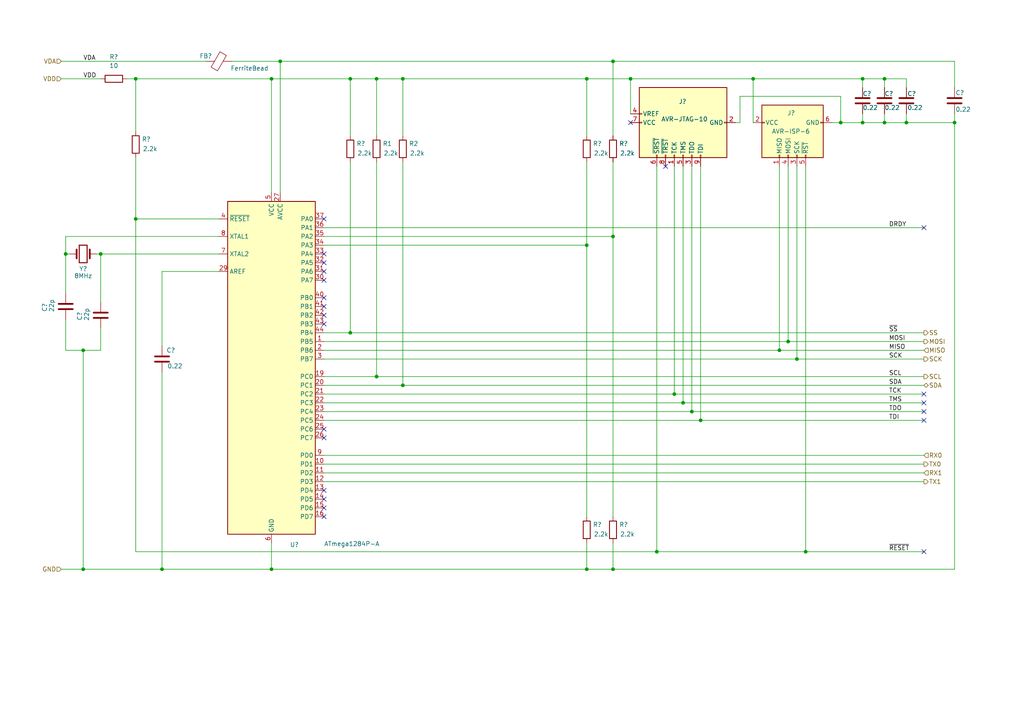
<source format=kicad_sch>
(kicad_sch
	(version 20250114)
	(generator "eeschema")
	(generator_version "9.0")
	(uuid "b5126979-de9b-4611-a2f4-ee6d9abe45a1")
	(paper "A4")
	(lib_symbols
		(symbol "Connector:AVR-ISP-6"
			(pin_names
				(offset 1.016)
			)
			(exclude_from_sim no)
			(in_bom yes)
			(on_board yes)
			(property "Reference" "J"
				(at -6.35 11.43 0)
				(effects
					(font
						(size 1.27 1.27)
					)
					(justify left)
				)
			)
			(property "Value" "AVR-ISP-6"
				(at 0 11.43 0)
				(effects
					(font
						(size 1.27 1.27)
					)
					(justify left)
				)
			)
			(property "Footprint" ""
				(at -6.35 1.27 90)
				(effects
					(font
						(size 1.27 1.27)
					)
					(hide yes)
				)
			)
			(property "Datasheet" "~"
				(at -32.385 -13.97 0)
				(effects
					(font
						(size 1.27 1.27)
					)
					(hide yes)
				)
			)
			(property "Description" "Atmel 6-pin ISP connector"
				(at 0 0 0)
				(effects
					(font
						(size 1.27 1.27)
					)
					(hide yes)
				)
			)
			(property "ki_keywords" "AVR ISP Connector"
				(at 0 0 0)
				(effects
					(font
						(size 1.27 1.27)
					)
					(hide yes)
				)
			)
			(property "ki_fp_filters" "IDC?Header*2x03* Pin?Header*2x03*"
				(at 0 0 0)
				(effects
					(font
						(size 1.27 1.27)
					)
					(hide yes)
				)
			)
			(symbol "AVR-ISP-6_0_1"
				(rectangle
					(start -2.667 10.16)
					(end -2.413 9.398)
					(stroke
						(width 0)
						(type default)
					)
					(fill
						(type none)
					)
				)
				(rectangle
					(start -2.667 -6.858)
					(end -2.413 -7.62)
					(stroke
						(width 0)
						(type default)
					)
					(fill
						(type none)
					)
				)
				(rectangle
					(start 7.62 10.16)
					(end -7.62 -7.62)
					(stroke
						(width 0.254)
						(type default)
					)
					(fill
						(type background)
					)
				)
				(rectangle
					(start 7.62 5.207)
					(end 6.858 4.953)
					(stroke
						(width 0)
						(type default)
					)
					(fill
						(type none)
					)
				)
				(rectangle
					(start 7.62 2.667)
					(end 6.858 2.413)
					(stroke
						(width 0)
						(type default)
					)
					(fill
						(type none)
					)
				)
				(rectangle
					(start 7.62 0.127)
					(end 6.858 -0.127)
					(stroke
						(width 0)
						(type default)
					)
					(fill
						(type none)
					)
				)
				(rectangle
					(start 7.62 -2.413)
					(end 6.858 -2.667)
					(stroke
						(width 0)
						(type default)
					)
					(fill
						(type none)
					)
				)
			)
			(symbol "AVR-ISP-6_1_1"
				(pin passive line
					(at -2.54 12.7 270)
					(length 2.54)
					(name "VCC"
						(effects
							(font
								(size 1.27 1.27)
							)
						)
					)
					(number "2"
						(effects
							(font
								(size 1.27 1.27)
							)
						)
					)
				)
				(pin passive line
					(at -2.54 -10.16 90)
					(length 2.54)
					(name "GND"
						(effects
							(font
								(size 1.27 1.27)
							)
						)
					)
					(number "6"
						(effects
							(font
								(size 1.27 1.27)
							)
						)
					)
				)
				(pin passive line
					(at 10.16 5.08 180)
					(length 2.54)
					(name "MISO"
						(effects
							(font
								(size 1.27 1.27)
							)
						)
					)
					(number "1"
						(effects
							(font
								(size 1.27 1.27)
							)
						)
					)
				)
				(pin passive line
					(at 10.16 2.54 180)
					(length 2.54)
					(name "MOSI"
						(effects
							(font
								(size 1.27 1.27)
							)
						)
					)
					(number "4"
						(effects
							(font
								(size 1.27 1.27)
							)
						)
					)
				)
				(pin passive line
					(at 10.16 0 180)
					(length 2.54)
					(name "SCK"
						(effects
							(font
								(size 1.27 1.27)
							)
						)
					)
					(number "3"
						(effects
							(font
								(size 1.27 1.27)
							)
						)
					)
				)
				(pin passive line
					(at 10.16 -2.54 180)
					(length 2.54)
					(name "~{RST}"
						(effects
							(font
								(size 1.27 1.27)
							)
						)
					)
					(number "5"
						(effects
							(font
								(size 1.27 1.27)
							)
						)
					)
				)
			)
			(embedded_fonts no)
		)
		(symbol "Connector:AVR-JTAG-10"
			(pin_names
				(offset 1.016)
			)
			(exclude_from_sim no)
			(in_bom yes)
			(on_board yes)
			(property "Reference" "J"
				(at -8.89 13.97 0)
				(effects
					(font
						(size 1.27 1.27)
					)
					(justify left)
				)
			)
			(property "Value" "AVR-JTAG-10"
				(at 1.27 13.97 0)
				(effects
					(font
						(size 1.27 1.27)
					)
					(justify left)
				)
			)
			(property "Footprint" ""
				(at -3.81 3.81 90)
				(effects
					(font
						(size 1.27 1.27)
					)
					(hide yes)
				)
			)
			(property "Datasheet" "~"
				(at -32.385 -13.97 0)
				(effects
					(font
						(size 1.27 1.27)
					)
					(hide yes)
				)
			)
			(property "Description" "Atmel 10-pin JTAG connector"
				(at 0 0 0)
				(effects
					(font
						(size 1.27 1.27)
					)
					(hide yes)
				)
			)
			(property "ki_keywords" "AVR JTAG Connector"
				(at 0 0 0)
				(effects
					(font
						(size 1.27 1.27)
					)
					(hide yes)
				)
			)
			(property "ki_fp_filters" "IDC?Header*2x05* Pin?Header*2x05*"
				(at 0 0 0)
				(effects
					(font
						(size 1.27 1.27)
					)
					(hide yes)
				)
			)
			(symbol "AVR-JTAG-10_0_1"
				(rectangle
					(start -2.667 12.7)
					(end -2.413 11.938)
					(stroke
						(width 0)
						(type default)
					)
					(fill
						(type none)
					)
				)
				(rectangle
					(start -0.127 12.7)
					(end 0.127 11.938)
					(stroke
						(width 0)
						(type default)
					)
					(fill
						(type none)
					)
				)
				(rectangle
					(start -0.127 -11.938)
					(end 0.127 -12.7)
					(stroke
						(width 0)
						(type default)
					)
					(fill
						(type none)
					)
				)
				(rectangle
					(start 10.16 12.7)
					(end -10.16 -12.7)
					(stroke
						(width 0.254)
						(type default)
					)
					(fill
						(type background)
					)
				)
				(rectangle
					(start 10.16 7.747)
					(end 9.398 7.493)
					(stroke
						(width 0)
						(type default)
					)
					(fill
						(type none)
					)
				)
				(rectangle
					(start 10.16 5.207)
					(end 9.398 4.953)
					(stroke
						(width 0)
						(type default)
					)
					(fill
						(type none)
					)
				)
				(rectangle
					(start 10.16 2.667)
					(end 9.398 2.413)
					(stroke
						(width 0)
						(type default)
					)
					(fill
						(type none)
					)
				)
				(rectangle
					(start 10.16 0.127)
					(end 9.398 -0.127)
					(stroke
						(width 0)
						(type default)
					)
					(fill
						(type none)
					)
				)
				(rectangle
					(start 10.16 -2.413)
					(end 9.398 -2.667)
					(stroke
						(width 0)
						(type default)
					)
					(fill
						(type none)
					)
				)
				(rectangle
					(start 10.16 -4.953)
					(end 9.398 -5.207)
					(stroke
						(width 0)
						(type default)
					)
					(fill
						(type none)
					)
				)
			)
			(symbol "AVR-JTAG-10_1_1"
				(pin passive line
					(at -2.54 15.24 270)
					(length 2.54)
					(name "VREF"
						(effects
							(font
								(size 1.27 1.27)
							)
						)
					)
					(number "4"
						(effects
							(font
								(size 1.27 1.27)
							)
						)
					)
				)
				(pin passive line
					(at 0 15.24 270)
					(length 2.54)
					(name "VCC"
						(effects
							(font
								(size 1.27 1.27)
							)
						)
					)
					(number "7"
						(effects
							(font
								(size 1.27 1.27)
							)
						)
					)
				)
				(pin passive line
					(at 0 -15.24 90)
					(length 2.54)
					(hide yes)
					(name "GND"
						(effects
							(font
								(size 1.27 1.27)
							)
						)
					)
					(number "10"
						(effects
							(font
								(size 1.27 1.27)
							)
						)
					)
				)
				(pin passive line
					(at 0 -15.24 90)
					(length 2.54)
					(name "GND"
						(effects
							(font
								(size 1.27 1.27)
							)
						)
					)
					(number "2"
						(effects
							(font
								(size 1.27 1.27)
							)
						)
					)
				)
				(pin passive line
					(at 12.7 7.62 180)
					(length 2.54)
					(name "~{SRST}"
						(effects
							(font
								(size 1.27 1.27)
							)
						)
					)
					(number "6"
						(effects
							(font
								(size 1.27 1.27)
							)
						)
					)
				)
				(pin passive line
					(at 12.7 5.08 180)
					(length 2.54)
					(name "~{TRST}"
						(effects
							(font
								(size 1.27 1.27)
							)
						)
					)
					(number "8"
						(effects
							(font
								(size 1.27 1.27)
							)
						)
					)
				)
				(pin passive line
					(at 12.7 2.54 180)
					(length 2.54)
					(name "TCK"
						(effects
							(font
								(size 1.27 1.27)
							)
						)
					)
					(number "1"
						(effects
							(font
								(size 1.27 1.27)
							)
						)
					)
				)
				(pin passive line
					(at 12.7 0 180)
					(length 2.54)
					(name "TMS"
						(effects
							(font
								(size 1.27 1.27)
							)
						)
					)
					(number "5"
						(effects
							(font
								(size 1.27 1.27)
							)
						)
					)
				)
				(pin passive line
					(at 12.7 -2.54 180)
					(length 2.54)
					(name "TDO"
						(effects
							(font
								(size 1.27 1.27)
							)
						)
					)
					(number "3"
						(effects
							(font
								(size 1.27 1.27)
							)
						)
					)
				)
				(pin passive line
					(at 12.7 -5.08 180)
					(length 2.54)
					(name "TDI"
						(effects
							(font
								(size 1.27 1.27)
							)
						)
					)
					(number "9"
						(effects
							(font
								(size 1.27 1.27)
							)
						)
					)
				)
			)
			(embedded_fonts no)
		)
		(symbol "Device:C"
			(pin_numbers
				(hide yes)
			)
			(pin_names
				(offset 0.254)
			)
			(exclude_from_sim no)
			(in_bom yes)
			(on_board yes)
			(property "Reference" "C"
				(at 0.635 2.54 0)
				(effects
					(font
						(size 1.27 1.27)
					)
					(justify left)
				)
			)
			(property "Value" "C"
				(at 0.635 -2.54 0)
				(effects
					(font
						(size 1.27 1.27)
					)
					(justify left)
				)
			)
			(property "Footprint" ""
				(at 0.9652 -3.81 0)
				(effects
					(font
						(size 1.27 1.27)
					)
					(hide yes)
				)
			)
			(property "Datasheet" "~"
				(at 0 0 0)
				(effects
					(font
						(size 1.27 1.27)
					)
					(hide yes)
				)
			)
			(property "Description" "Unpolarized capacitor"
				(at 0 0 0)
				(effects
					(font
						(size 1.27 1.27)
					)
					(hide yes)
				)
			)
			(property "ki_keywords" "cap capacitor"
				(at 0 0 0)
				(effects
					(font
						(size 1.27 1.27)
					)
					(hide yes)
				)
			)
			(property "ki_fp_filters" "C_*"
				(at 0 0 0)
				(effects
					(font
						(size 1.27 1.27)
					)
					(hide yes)
				)
			)
			(symbol "C_0_1"
				(polyline
					(pts
						(xy -2.032 0.762) (xy 2.032 0.762)
					)
					(stroke
						(width 0.508)
						(type default)
					)
					(fill
						(type none)
					)
				)
				(polyline
					(pts
						(xy -2.032 -0.762) (xy 2.032 -0.762)
					)
					(stroke
						(width 0.508)
						(type default)
					)
					(fill
						(type none)
					)
				)
			)
			(symbol "C_1_1"
				(pin passive line
					(at 0 3.81 270)
					(length 2.794)
					(name "~"
						(effects
							(font
								(size 1.27 1.27)
							)
						)
					)
					(number "1"
						(effects
							(font
								(size 1.27 1.27)
							)
						)
					)
				)
				(pin passive line
					(at 0 -3.81 90)
					(length 2.794)
					(name "~"
						(effects
							(font
								(size 1.27 1.27)
							)
						)
					)
					(number "2"
						(effects
							(font
								(size 1.27 1.27)
							)
						)
					)
				)
			)
			(embedded_fonts no)
		)
		(symbol "Device:Crystal"
			(pin_numbers
				(hide yes)
			)
			(pin_names
				(offset 1.016)
				(hide yes)
			)
			(exclude_from_sim no)
			(in_bom yes)
			(on_board yes)
			(property "Reference" "Y"
				(at 0 3.81 0)
				(effects
					(font
						(size 1.27 1.27)
					)
				)
			)
			(property "Value" "Crystal"
				(at 0 -3.81 0)
				(effects
					(font
						(size 1.27 1.27)
					)
				)
			)
			(property "Footprint" ""
				(at 0 0 0)
				(effects
					(font
						(size 1.27 1.27)
					)
					(hide yes)
				)
			)
			(property "Datasheet" "~"
				(at 0 0 0)
				(effects
					(font
						(size 1.27 1.27)
					)
					(hide yes)
				)
			)
			(property "Description" "Two pin crystal"
				(at 0 0 0)
				(effects
					(font
						(size 1.27 1.27)
					)
					(hide yes)
				)
			)
			(property "ki_keywords" "quartz ceramic resonator oscillator"
				(at 0 0 0)
				(effects
					(font
						(size 1.27 1.27)
					)
					(hide yes)
				)
			)
			(property "ki_fp_filters" "Crystal*"
				(at 0 0 0)
				(effects
					(font
						(size 1.27 1.27)
					)
					(hide yes)
				)
			)
			(symbol "Crystal_0_1"
				(polyline
					(pts
						(xy -2.54 0) (xy -1.905 0)
					)
					(stroke
						(width 0)
						(type default)
					)
					(fill
						(type none)
					)
				)
				(polyline
					(pts
						(xy -1.905 -1.27) (xy -1.905 1.27)
					)
					(stroke
						(width 0.508)
						(type default)
					)
					(fill
						(type none)
					)
				)
				(rectangle
					(start -1.143 2.54)
					(end 1.143 -2.54)
					(stroke
						(width 0.3048)
						(type default)
					)
					(fill
						(type none)
					)
				)
				(polyline
					(pts
						(xy 1.905 -1.27) (xy 1.905 1.27)
					)
					(stroke
						(width 0.508)
						(type default)
					)
					(fill
						(type none)
					)
				)
				(polyline
					(pts
						(xy 2.54 0) (xy 1.905 0)
					)
					(stroke
						(width 0)
						(type default)
					)
					(fill
						(type none)
					)
				)
			)
			(symbol "Crystal_1_1"
				(pin passive line
					(at -3.81 0 0)
					(length 1.27)
					(name "1"
						(effects
							(font
								(size 1.27 1.27)
							)
						)
					)
					(number "1"
						(effects
							(font
								(size 1.27 1.27)
							)
						)
					)
				)
				(pin passive line
					(at 3.81 0 180)
					(length 1.27)
					(name "2"
						(effects
							(font
								(size 1.27 1.27)
							)
						)
					)
					(number "2"
						(effects
							(font
								(size 1.27 1.27)
							)
						)
					)
				)
			)
			(embedded_fonts no)
		)
		(symbol "Device:FerriteBead"
			(pin_numbers
				(hide yes)
			)
			(pin_names
				(offset 0)
			)
			(exclude_from_sim no)
			(in_bom yes)
			(on_board yes)
			(property "Reference" "FB"
				(at -3.81 0.635 90)
				(effects
					(font
						(size 1.27 1.27)
					)
				)
			)
			(property "Value" "FerriteBead"
				(at 3.81 0 90)
				(effects
					(font
						(size 1.27 1.27)
					)
				)
			)
			(property "Footprint" ""
				(at -1.778 0 90)
				(effects
					(font
						(size 1.27 1.27)
					)
					(hide yes)
				)
			)
			(property "Datasheet" "~"
				(at 0 0 0)
				(effects
					(font
						(size 1.27 1.27)
					)
					(hide yes)
				)
			)
			(property "Description" "Ferrite bead"
				(at 0 0 0)
				(effects
					(font
						(size 1.27 1.27)
					)
					(hide yes)
				)
			)
			(property "ki_keywords" "L ferrite bead inductor filter"
				(at 0 0 0)
				(effects
					(font
						(size 1.27 1.27)
					)
					(hide yes)
				)
			)
			(property "ki_fp_filters" "Inductor_* L_* *Ferrite*"
				(at 0 0 0)
				(effects
					(font
						(size 1.27 1.27)
					)
					(hide yes)
				)
			)
			(symbol "FerriteBead_0_1"
				(polyline
					(pts
						(xy -2.7686 0.4064) (xy -1.7018 2.2606) (xy 2.7686 -0.3048) (xy 1.6764 -2.159) (xy -2.7686 0.4064)
					)
					(stroke
						(width 0)
						(type default)
					)
					(fill
						(type none)
					)
				)
				(polyline
					(pts
						(xy 0 1.27) (xy 0 1.2954)
					)
					(stroke
						(width 0)
						(type default)
					)
					(fill
						(type none)
					)
				)
				(polyline
					(pts
						(xy 0 -1.27) (xy 0 -1.2192)
					)
					(stroke
						(width 0)
						(type default)
					)
					(fill
						(type none)
					)
				)
			)
			(symbol "FerriteBead_1_1"
				(pin passive line
					(at 0 3.81 270)
					(length 2.54)
					(name "~"
						(effects
							(font
								(size 1.27 1.27)
							)
						)
					)
					(number "1"
						(effects
							(font
								(size 1.27 1.27)
							)
						)
					)
				)
				(pin passive line
					(at 0 -3.81 90)
					(length 2.54)
					(name "~"
						(effects
							(font
								(size 1.27 1.27)
							)
						)
					)
					(number "2"
						(effects
							(font
								(size 1.27 1.27)
							)
						)
					)
				)
			)
			(embedded_fonts no)
		)
		(symbol "Device:R"
			(pin_numbers
				(hide yes)
			)
			(pin_names
				(offset 0)
			)
			(exclude_from_sim no)
			(in_bom yes)
			(on_board yes)
			(property "Reference" "R"
				(at 2.032 0 90)
				(effects
					(font
						(size 1.27 1.27)
					)
				)
			)
			(property "Value" "R"
				(at 0 0 90)
				(effects
					(font
						(size 1.27 1.27)
					)
				)
			)
			(property "Footprint" ""
				(at -1.778 0 90)
				(effects
					(font
						(size 1.27 1.27)
					)
					(hide yes)
				)
			)
			(property "Datasheet" "~"
				(at 0 0 0)
				(effects
					(font
						(size 1.27 1.27)
					)
					(hide yes)
				)
			)
			(property "Description" "Resistor"
				(at 0 0 0)
				(effects
					(font
						(size 1.27 1.27)
					)
					(hide yes)
				)
			)
			(property "ki_keywords" "R res resistor"
				(at 0 0 0)
				(effects
					(font
						(size 1.27 1.27)
					)
					(hide yes)
				)
			)
			(property "ki_fp_filters" "R_*"
				(at 0 0 0)
				(effects
					(font
						(size 1.27 1.27)
					)
					(hide yes)
				)
			)
			(symbol "R_0_1"
				(rectangle
					(start -1.016 -2.54)
					(end 1.016 2.54)
					(stroke
						(width 0.254)
						(type default)
					)
					(fill
						(type none)
					)
				)
			)
			(symbol "R_1_1"
				(pin passive line
					(at 0 3.81 270)
					(length 1.27)
					(name "~"
						(effects
							(font
								(size 1.27 1.27)
							)
						)
					)
					(number "1"
						(effects
							(font
								(size 1.27 1.27)
							)
						)
					)
				)
				(pin passive line
					(at 0 -3.81 90)
					(length 1.27)
					(name "~"
						(effects
							(font
								(size 1.27 1.27)
							)
						)
					)
					(number "2"
						(effects
							(font
								(size 1.27 1.27)
							)
						)
					)
				)
			)
			(embedded_fonts no)
		)
		(symbol "MCU_Microchip_ATmega:ATmega1284P-A"
			(exclude_from_sim no)
			(in_bom yes)
			(on_board yes)
			(property "Reference" "U"
				(at -12.7 49.53 0)
				(effects
					(font
						(size 1.27 1.27)
					)
					(justify left bottom)
				)
			)
			(property "Value" "ATmega1284P-A"
				(at 2.54 -49.53 0)
				(effects
					(font
						(size 1.27 1.27)
					)
					(justify left top)
				)
			)
			(property "Footprint" "Package_QFP:TQFP-44_10x10mm_P0.8mm"
				(at 0 0 0)
				(effects
					(font
						(size 1.27 1.27)
						(italic yes)
					)
					(hide yes)
				)
			)
			(property "Datasheet" "http://ww1.microchip.com/downloads/en/DeviceDoc/Atmel-8272-8-bit-AVR-microcontroller-ATmega164A_PA-324A_PA-644A_PA-1284_P_datasheet.pdf"
				(at 0 0 0)
				(effects
					(font
						(size 1.27 1.27)
					)
					(hide yes)
				)
			)
			(property "Description" "20MHz, 128kB Flash, 16kB SRAM, 4kB EEPROM, JTAG, TQFP-44"
				(at 0 0 0)
				(effects
					(font
						(size 1.27 1.27)
					)
					(hide yes)
				)
			)
			(property "ki_keywords" "AVR 8bit Microcontroller MegaAVR PicoPower"
				(at 0 0 0)
				(effects
					(font
						(size 1.27 1.27)
					)
					(hide yes)
				)
			)
			(property "ki_fp_filters" "TQFP*10x10mm*P0.8mm*"
				(at 0 0 0)
				(effects
					(font
						(size 1.27 1.27)
					)
					(hide yes)
				)
			)
			(symbol "ATmega1284P-A_0_1"
				(rectangle
					(start -12.7 -48.26)
					(end 12.7 48.26)
					(stroke
						(width 0.254)
						(type default)
					)
					(fill
						(type background)
					)
				)
			)
			(symbol "ATmega1284P-A_1_1"
				(pin input line
					(at -15.24 43.18 0)
					(length 2.54)
					(name "~{RESET}"
						(effects
							(font
								(size 1.27 1.27)
							)
						)
					)
					(number "4"
						(effects
							(font
								(size 1.27 1.27)
							)
						)
					)
				)
				(pin input line
					(at -15.24 38.1 0)
					(length 2.54)
					(name "XTAL1"
						(effects
							(font
								(size 1.27 1.27)
							)
						)
					)
					(number "8"
						(effects
							(font
								(size 1.27 1.27)
							)
						)
					)
				)
				(pin output line
					(at -15.24 33.02 0)
					(length 2.54)
					(name "XTAL2"
						(effects
							(font
								(size 1.27 1.27)
							)
						)
					)
					(number "7"
						(effects
							(font
								(size 1.27 1.27)
							)
						)
					)
				)
				(pin passive line
					(at -15.24 27.94 0)
					(length 2.54)
					(name "AREF"
						(effects
							(font
								(size 1.27 1.27)
							)
						)
					)
					(number "29"
						(effects
							(font
								(size 1.27 1.27)
							)
						)
					)
				)
				(pin passive line
					(at 0 50.8 270)
					(length 2.54)
					(hide yes)
					(name "VCC"
						(effects
							(font
								(size 1.27 1.27)
							)
						)
					)
					(number "17"
						(effects
							(font
								(size 1.27 1.27)
							)
						)
					)
				)
				(pin passive line
					(at 0 50.8 270)
					(length 2.54)
					(hide yes)
					(name "VCC"
						(effects
							(font
								(size 1.27 1.27)
							)
						)
					)
					(number "38"
						(effects
							(font
								(size 1.27 1.27)
							)
						)
					)
				)
				(pin power_in line
					(at 0 50.8 270)
					(length 2.54)
					(name "VCC"
						(effects
							(font
								(size 1.27 1.27)
							)
						)
					)
					(number "5"
						(effects
							(font
								(size 1.27 1.27)
							)
						)
					)
				)
				(pin passive line
					(at 0 -50.8 90)
					(length 2.54)
					(hide yes)
					(name "GND"
						(effects
							(font
								(size 1.27 1.27)
							)
						)
					)
					(number "18"
						(effects
							(font
								(size 1.27 1.27)
							)
						)
					)
				)
				(pin passive line
					(at 0 -50.8 90)
					(length 2.54)
					(hide yes)
					(name "GND"
						(effects
							(font
								(size 1.27 1.27)
							)
						)
					)
					(number "28"
						(effects
							(font
								(size 1.27 1.27)
							)
						)
					)
				)
				(pin passive line
					(at 0 -50.8 90)
					(length 2.54)
					(hide yes)
					(name "GND"
						(effects
							(font
								(size 1.27 1.27)
							)
						)
					)
					(number "39"
						(effects
							(font
								(size 1.27 1.27)
							)
						)
					)
				)
				(pin power_in line
					(at 0 -50.8 90)
					(length 2.54)
					(name "GND"
						(effects
							(font
								(size 1.27 1.27)
							)
						)
					)
					(number "6"
						(effects
							(font
								(size 1.27 1.27)
							)
						)
					)
				)
				(pin power_in line
					(at 2.54 50.8 270)
					(length 2.54)
					(name "AVCC"
						(effects
							(font
								(size 1.27 1.27)
							)
						)
					)
					(number "27"
						(effects
							(font
								(size 1.27 1.27)
							)
						)
					)
				)
				(pin bidirectional line
					(at 15.24 43.18 180)
					(length 2.54)
					(name "PA0"
						(effects
							(font
								(size 1.27 1.27)
							)
						)
					)
					(number "37"
						(effects
							(font
								(size 1.27 1.27)
							)
						)
					)
				)
				(pin bidirectional line
					(at 15.24 40.64 180)
					(length 2.54)
					(name "PA1"
						(effects
							(font
								(size 1.27 1.27)
							)
						)
					)
					(number "36"
						(effects
							(font
								(size 1.27 1.27)
							)
						)
					)
				)
				(pin bidirectional line
					(at 15.24 38.1 180)
					(length 2.54)
					(name "PA2"
						(effects
							(font
								(size 1.27 1.27)
							)
						)
					)
					(number "35"
						(effects
							(font
								(size 1.27 1.27)
							)
						)
					)
				)
				(pin bidirectional line
					(at 15.24 35.56 180)
					(length 2.54)
					(name "PA3"
						(effects
							(font
								(size 1.27 1.27)
							)
						)
					)
					(number "34"
						(effects
							(font
								(size 1.27 1.27)
							)
						)
					)
				)
				(pin bidirectional line
					(at 15.24 33.02 180)
					(length 2.54)
					(name "PA4"
						(effects
							(font
								(size 1.27 1.27)
							)
						)
					)
					(number "33"
						(effects
							(font
								(size 1.27 1.27)
							)
						)
					)
				)
				(pin bidirectional line
					(at 15.24 30.48 180)
					(length 2.54)
					(name "PA5"
						(effects
							(font
								(size 1.27 1.27)
							)
						)
					)
					(number "32"
						(effects
							(font
								(size 1.27 1.27)
							)
						)
					)
				)
				(pin bidirectional line
					(at 15.24 27.94 180)
					(length 2.54)
					(name "PA6"
						(effects
							(font
								(size 1.27 1.27)
							)
						)
					)
					(number "31"
						(effects
							(font
								(size 1.27 1.27)
							)
						)
					)
				)
				(pin bidirectional line
					(at 15.24 25.4 180)
					(length 2.54)
					(name "PA7"
						(effects
							(font
								(size 1.27 1.27)
							)
						)
					)
					(number "30"
						(effects
							(font
								(size 1.27 1.27)
							)
						)
					)
				)
				(pin bidirectional line
					(at 15.24 20.32 180)
					(length 2.54)
					(name "PB0"
						(effects
							(font
								(size 1.27 1.27)
							)
						)
					)
					(number "40"
						(effects
							(font
								(size 1.27 1.27)
							)
						)
					)
				)
				(pin bidirectional line
					(at 15.24 17.78 180)
					(length 2.54)
					(name "PB1"
						(effects
							(font
								(size 1.27 1.27)
							)
						)
					)
					(number "41"
						(effects
							(font
								(size 1.27 1.27)
							)
						)
					)
				)
				(pin bidirectional line
					(at 15.24 15.24 180)
					(length 2.54)
					(name "PB2"
						(effects
							(font
								(size 1.27 1.27)
							)
						)
					)
					(number "42"
						(effects
							(font
								(size 1.27 1.27)
							)
						)
					)
				)
				(pin bidirectional line
					(at 15.24 12.7 180)
					(length 2.54)
					(name "PB3"
						(effects
							(font
								(size 1.27 1.27)
							)
						)
					)
					(number "43"
						(effects
							(font
								(size 1.27 1.27)
							)
						)
					)
				)
				(pin bidirectional line
					(at 15.24 10.16 180)
					(length 2.54)
					(name "PB4"
						(effects
							(font
								(size 1.27 1.27)
							)
						)
					)
					(number "44"
						(effects
							(font
								(size 1.27 1.27)
							)
						)
					)
				)
				(pin bidirectional line
					(at 15.24 7.62 180)
					(length 2.54)
					(name "PB5"
						(effects
							(font
								(size 1.27 1.27)
							)
						)
					)
					(number "1"
						(effects
							(font
								(size 1.27 1.27)
							)
						)
					)
				)
				(pin bidirectional line
					(at 15.24 5.08 180)
					(length 2.54)
					(name "PB6"
						(effects
							(font
								(size 1.27 1.27)
							)
						)
					)
					(number "2"
						(effects
							(font
								(size 1.27 1.27)
							)
						)
					)
				)
				(pin bidirectional line
					(at 15.24 2.54 180)
					(length 2.54)
					(name "PB7"
						(effects
							(font
								(size 1.27 1.27)
							)
						)
					)
					(number "3"
						(effects
							(font
								(size 1.27 1.27)
							)
						)
					)
				)
				(pin bidirectional line
					(at 15.24 -2.54 180)
					(length 2.54)
					(name "PC0"
						(effects
							(font
								(size 1.27 1.27)
							)
						)
					)
					(number "19"
						(effects
							(font
								(size 1.27 1.27)
							)
						)
					)
				)
				(pin bidirectional line
					(at 15.24 -5.08 180)
					(length 2.54)
					(name "PC1"
						(effects
							(font
								(size 1.27 1.27)
							)
						)
					)
					(number "20"
						(effects
							(font
								(size 1.27 1.27)
							)
						)
					)
				)
				(pin bidirectional line
					(at 15.24 -7.62 180)
					(length 2.54)
					(name "PC2"
						(effects
							(font
								(size 1.27 1.27)
							)
						)
					)
					(number "21"
						(effects
							(font
								(size 1.27 1.27)
							)
						)
					)
				)
				(pin bidirectional line
					(at 15.24 -10.16 180)
					(length 2.54)
					(name "PC3"
						(effects
							(font
								(size 1.27 1.27)
							)
						)
					)
					(number "22"
						(effects
							(font
								(size 1.27 1.27)
							)
						)
					)
				)
				(pin bidirectional line
					(at 15.24 -12.7 180)
					(length 2.54)
					(name "PC4"
						(effects
							(font
								(size 1.27 1.27)
							)
						)
					)
					(number "23"
						(effects
							(font
								(size 1.27 1.27)
							)
						)
					)
				)
				(pin bidirectional line
					(at 15.24 -15.24 180)
					(length 2.54)
					(name "PC5"
						(effects
							(font
								(size 1.27 1.27)
							)
						)
					)
					(number "24"
						(effects
							(font
								(size 1.27 1.27)
							)
						)
					)
				)
				(pin bidirectional line
					(at 15.24 -17.78 180)
					(length 2.54)
					(name "PC6"
						(effects
							(font
								(size 1.27 1.27)
							)
						)
					)
					(number "25"
						(effects
							(font
								(size 1.27 1.27)
							)
						)
					)
				)
				(pin bidirectional line
					(at 15.24 -20.32 180)
					(length 2.54)
					(name "PC7"
						(effects
							(font
								(size 1.27 1.27)
							)
						)
					)
					(number "26"
						(effects
							(font
								(size 1.27 1.27)
							)
						)
					)
				)
				(pin bidirectional line
					(at 15.24 -25.4 180)
					(length 2.54)
					(name "PD0"
						(effects
							(font
								(size 1.27 1.27)
							)
						)
					)
					(number "9"
						(effects
							(font
								(size 1.27 1.27)
							)
						)
					)
				)
				(pin bidirectional line
					(at 15.24 -27.94 180)
					(length 2.54)
					(name "PD1"
						(effects
							(font
								(size 1.27 1.27)
							)
						)
					)
					(number "10"
						(effects
							(font
								(size 1.27 1.27)
							)
						)
					)
				)
				(pin bidirectional line
					(at 15.24 -30.48 180)
					(length 2.54)
					(name "PD2"
						(effects
							(font
								(size 1.27 1.27)
							)
						)
					)
					(number "11"
						(effects
							(font
								(size 1.27 1.27)
							)
						)
					)
				)
				(pin bidirectional line
					(at 15.24 -33.02 180)
					(length 2.54)
					(name "PD3"
						(effects
							(font
								(size 1.27 1.27)
							)
						)
					)
					(number "12"
						(effects
							(font
								(size 1.27 1.27)
							)
						)
					)
				)
				(pin bidirectional line
					(at 15.24 -35.56 180)
					(length 2.54)
					(name "PD4"
						(effects
							(font
								(size 1.27 1.27)
							)
						)
					)
					(number "13"
						(effects
							(font
								(size 1.27 1.27)
							)
						)
					)
				)
				(pin bidirectional line
					(at 15.24 -38.1 180)
					(length 2.54)
					(name "PD5"
						(effects
							(font
								(size 1.27 1.27)
							)
						)
					)
					(number "14"
						(effects
							(font
								(size 1.27 1.27)
							)
						)
					)
				)
				(pin bidirectional line
					(at 15.24 -40.64 180)
					(length 2.54)
					(name "PD6"
						(effects
							(font
								(size 1.27 1.27)
							)
						)
					)
					(number "15"
						(effects
							(font
								(size 1.27 1.27)
							)
						)
					)
				)
				(pin bidirectional line
					(at 15.24 -43.18 180)
					(length 2.54)
					(name "PD7"
						(effects
							(font
								(size 1.27 1.27)
							)
						)
					)
					(number "16"
						(effects
							(font
								(size 1.27 1.27)
							)
						)
					)
				)
			)
			(embedded_fonts no)
		)
	)
	(junction
		(at 177.8 68.58)
		(diameter 0)
		(color 0 0 0 0)
		(uuid "01bc84d1-bb16-4aee-a054-b92924b52cce")
	)
	(junction
		(at 101.6 96.52)
		(diameter 0)
		(color 0 0 0 0)
		(uuid "05f0cc1c-6e1e-41ee-84f9-734ae15aee52")
	)
	(junction
		(at 195.58 114.3)
		(diameter 0)
		(color 0 0 0 0)
		(uuid "074611c5-7f1a-401d-bb78-1a5dfa3eed0e")
	)
	(junction
		(at 19.05 73.66)
		(diameter 0)
		(color 0 0 0 0)
		(uuid "0eef2c11-936e-454f-9f66-55236da8e81d")
	)
	(junction
		(at 78.74 165.1)
		(diameter 0)
		(color 0 0 0 0)
		(uuid "2337a52e-da99-4386-985a-919115203dea")
	)
	(junction
		(at 203.2 121.92)
		(diameter 0)
		(color 0 0 0 0)
		(uuid "23734933-ae2c-4ca6-a305-af6b9dc292a2")
	)
	(junction
		(at 256.54 22.86)
		(diameter 0)
		(color 0 0 0 0)
		(uuid "359aa478-b24b-4c58-b9a5-e5c65c5ff434")
	)
	(junction
		(at 78.74 22.86)
		(diameter 0)
		(color 0 0 0 0)
		(uuid "36a8d5c8-64e1-4dae-b93c-13a9a52fa41a")
	)
	(junction
		(at 109.22 109.22)
		(diameter 0)
		(color 0 0 0 0)
		(uuid "3c10f370-adf7-4c77-b57f-ca39c1d37281")
	)
	(junction
		(at 218.44 22.86)
		(diameter 0)
		(color 0 0 0 0)
		(uuid "40522195-b0ed-4a6b-b0fd-8d93a30deae6")
	)
	(junction
		(at 101.6 22.86)
		(diameter 0)
		(color 0 0 0 0)
		(uuid "468afe3e-958b-4a88-8e82-ae0e21a7dba4")
	)
	(junction
		(at 177.8 17.78)
		(diameter 0)
		(color 0 0 0 0)
		(uuid "46acf936-025b-4584-b887-d6e6e7bb0642")
	)
	(junction
		(at 177.8 165.1)
		(diameter 0)
		(color 0 0 0 0)
		(uuid "561d977c-b11a-4906-9afc-97fb382be3e7")
	)
	(junction
		(at 39.37 63.5)
		(diameter 0)
		(color 0 0 0 0)
		(uuid "60662476-d9e6-489b-aa02-9038f6f5dd20")
	)
	(junction
		(at 170.18 71.12)
		(diameter 0)
		(color 0 0 0 0)
		(uuid "62d87c23-4a6c-4ca2-a253-92bb9682a175")
	)
	(junction
		(at 226.06 101.6)
		(diameter 0)
		(color 0 0 0 0)
		(uuid "696bc7cf-440f-490a-967e-45b27234e3e1")
	)
	(junction
		(at 262.89 35.56)
		(diameter 0)
		(color 0 0 0 0)
		(uuid "76553d3f-a968-4b51-9354-0dbff27394f4")
	)
	(junction
		(at 116.84 111.76)
		(diameter 0)
		(color 0 0 0 0)
		(uuid "77357603-9351-4988-8d8f-1e1bb065cf8b")
	)
	(junction
		(at 243.84 35.56)
		(diameter 0)
		(color 0 0 0 0)
		(uuid "78c50c92-4486-4c46-a65c-12e2a984bba4")
	)
	(junction
		(at 231.14 104.14)
		(diameter 0)
		(color 0 0 0 0)
		(uuid "79382618-551e-466b-a829-316adcd2cb44")
	)
	(junction
		(at 276.86 35.56)
		(diameter 0)
		(color 0 0 0 0)
		(uuid "7b1c8a48-aaf0-495b-8e1c-d3c98c07e3b4")
	)
	(junction
		(at 170.18 165.1)
		(diameter 0)
		(color 0 0 0 0)
		(uuid "82f38996-1b0d-453a-9d7a-ed5bda8545fc")
	)
	(junction
		(at 190.5 160.02)
		(diameter 0)
		(color 0 0 0 0)
		(uuid "8cf6abf0-6cd9-4ee5-bdcb-46582c3cc386")
	)
	(junction
		(at 200.66 119.38)
		(diameter 0)
		(color 0 0 0 0)
		(uuid "8dc8c84d-d8b8-46a0-b6ba-c1a85749c107")
	)
	(junction
		(at 198.12 116.84)
		(diameter 0)
		(color 0 0 0 0)
		(uuid "8e8daace-bf0c-4e6a-8eea-0b8c7a6d0d0c")
	)
	(junction
		(at 182.88 22.86)
		(diameter 0)
		(color 0 0 0 0)
		(uuid "9c8c4a08-92ac-4354-a3fb-e2793213b7f4")
	)
	(junction
		(at 81.28 17.78)
		(diameter 0)
		(color 0 0 0 0)
		(uuid "a1bc25f4-a85a-4d79-9c28-26efc5235024")
	)
	(junction
		(at 250.19 22.86)
		(diameter 0)
		(color 0 0 0 0)
		(uuid "ad2eafbd-9567-4ad9-9be1-215cde1e291d")
	)
	(junction
		(at 46.99 165.1)
		(diameter 0)
		(color 0 0 0 0)
		(uuid "b2016352-6992-4535-8d9f-e351786e08e1")
	)
	(junction
		(at 233.68 160.02)
		(diameter 0)
		(color 0 0 0 0)
		(uuid "b2c9f7c3-3269-49d2-8b52-df794a3fd67c")
	)
	(junction
		(at 29.21 73.66)
		(diameter 0)
		(color 0 0 0 0)
		(uuid "be1f5b61-c753-49ae-8150-3738a6259ee8")
	)
	(junction
		(at 24.13 165.1)
		(diameter 0)
		(color 0 0 0 0)
		(uuid "c0ec6a74-d9cd-48ac-87e3-61852eb23246")
	)
	(junction
		(at 170.18 22.86)
		(diameter 0)
		(color 0 0 0 0)
		(uuid "d1103d49-7e34-43fd-b18a-8e50d0d0902c")
	)
	(junction
		(at 109.22 22.86)
		(diameter 0)
		(color 0 0 0 0)
		(uuid "d574d3ce-efc6-4d3e-aee5-4a5566a0c59a")
	)
	(junction
		(at 24.13 101.6)
		(diameter 0)
		(color 0 0 0 0)
		(uuid "d5b1bed3-1750-4536-a607-ff5f312b511e")
	)
	(junction
		(at 228.6 99.06)
		(diameter 0)
		(color 0 0 0 0)
		(uuid "d5b471c1-fffd-41c9-91dc-d536721cb375")
	)
	(junction
		(at 250.19 35.56)
		(diameter 0)
		(color 0 0 0 0)
		(uuid "e27afc71-755c-4c37-ba39-1257dcd9047d")
	)
	(junction
		(at 39.37 22.86)
		(diameter 0)
		(color 0 0 0 0)
		(uuid "e9242f1c-96b4-4080-80dd-8bc4d79018fc")
	)
	(junction
		(at 116.84 22.86)
		(diameter 0)
		(color 0 0 0 0)
		(uuid "ecbaac28-3e7e-43d1-9e54-a6ae09e8eb0a")
	)
	(junction
		(at 256.54 35.56)
		(diameter 0)
		(color 0 0 0 0)
		(uuid "f6ab527f-4243-41d8-af11-02202118ab16")
	)
	(no_connect
		(at 93.98 127)
		(uuid "02e2bb21-3e26-4e12-92d1-47f76ca88a81")
	)
	(no_connect
		(at 93.98 144.78)
		(uuid "1a6d454e-04e4-4ecc-be0e-b4e10badbe9e")
	)
	(no_connect
		(at 267.97 160.02)
		(uuid "2efa9110-c2c4-4d80-b929-3624be24aa79")
	)
	(no_connect
		(at 93.98 63.5)
		(uuid "338fb95d-47a1-4a8e-91a8-36ebb759817d")
	)
	(no_connect
		(at 182.88 35.56)
		(uuid "3d7507f2-5dc5-4f0c-a417-3b54f09f7d47")
	)
	(no_connect
		(at 93.98 93.98)
		(uuid "4e9fd8f5-e01a-420c-942c-5484ca27edcb")
	)
	(no_connect
		(at 93.98 147.32)
		(uuid "4fc7c95f-4f13-4234-95bf-03705f949634")
	)
	(no_connect
		(at 93.98 124.46)
		(uuid "5f911312-2eb2-4f3a-9a33-3e3f0d7927fc")
	)
	(no_connect
		(at 267.97 66.04)
		(uuid "6fec4387-cd65-4788-b3d0-6e76816a44f5")
	)
	(no_connect
		(at 93.98 91.44)
		(uuid "7ebbd1f6-624a-4c30-b4d5-fbc2520b87c7")
	)
	(no_connect
		(at 93.98 142.24)
		(uuid "821e6dd7-3c27-4c0f-a87a-f30f90b1546f")
	)
	(no_connect
		(at 93.98 76.2)
		(uuid "88564f36-9990-4ff0-ae4b-2ab7c079fb3d")
	)
	(no_connect
		(at 193.04 48.26)
		(uuid "8a70fdb1-7d8d-4d53-990e-66632cfa54af")
	)
	(no_connect
		(at 93.98 73.66)
		(uuid "961ac7f9-752c-4fa9-abed-e7fa70442a34")
	)
	(no_connect
		(at 93.98 78.74)
		(uuid "96fe8f7c-e436-4d07-aa6e-7a34c71f48ad")
	)
	(no_connect
		(at 267.97 116.84)
		(uuid "a04212ac-619f-4dc5-9308-cb214a0cdb22")
	)
	(no_connect
		(at 93.98 86.36)
		(uuid "acebf4cd-1c0a-4ceb-b44b-5447fc3e8780")
	)
	(no_connect
		(at 93.98 81.28)
		(uuid "b2f2436d-5d86-40c7-9e8e-08b16037e8ca")
	)
	(no_connect
		(at 93.98 149.86)
		(uuid "b37d3802-c778-4b1b-b058-98cd5959be78")
	)
	(no_connect
		(at 267.97 114.3)
		(uuid "dd4a4b87-55f3-4542-9040-707f047a452a")
	)
	(no_connect
		(at 93.98 88.9)
		(uuid "eb284fe3-667f-4bcf-b53a-552bb521ba1d")
	)
	(no_connect
		(at 267.97 121.92)
		(uuid "eb54144f-7460-4f58-a60e-4a6206f74bf0")
	)
	(no_connect
		(at 267.97 119.38)
		(uuid "f0bd1c51-f1cd-4d09-8124-1255b7494769")
	)
	(wire
		(pts
			(xy 203.2 48.26) (xy 203.2 121.92)
		)
		(stroke
			(width 0)
			(type default)
		)
		(uuid "0109ea88-fccf-489f-929b-6407a0c98517")
	)
	(wire
		(pts
			(xy 101.6 46.99) (xy 101.6 96.52)
		)
		(stroke
			(width 0)
			(type default)
		)
		(uuid "0380aba7-717e-4181-90af-6e8dd71311ef")
	)
	(wire
		(pts
			(xy 93.98 134.62) (xy 267.97 134.62)
		)
		(stroke
			(width 0)
			(type default)
		)
		(uuid "040199b8-4594-48a1-aafa-4fd32e2ac117")
	)
	(wire
		(pts
			(xy 93.98 99.06) (xy 228.6 99.06)
		)
		(stroke
			(width 0)
			(type default)
		)
		(uuid "0514f0c3-2b67-4339-b921-f92924d9f942")
	)
	(wire
		(pts
			(xy 170.18 22.86) (xy 182.88 22.86)
		)
		(stroke
			(width 0)
			(type default)
		)
		(uuid "0ac9fdee-9185-40c3-abe2-786aa8dadc2f")
	)
	(wire
		(pts
			(xy 116.84 46.99) (xy 116.84 111.76)
		)
		(stroke
			(width 0)
			(type default)
		)
		(uuid "0e124059-e851-4272-9d9d-6d9cf3656a29")
	)
	(wire
		(pts
			(xy 39.37 63.5) (xy 63.5 63.5)
		)
		(stroke
			(width 0)
			(type default)
		)
		(uuid "0e6cb725-2778-444f-90ce-d10c2408d61d")
	)
	(wire
		(pts
			(xy 228.6 48.26) (xy 228.6 99.06)
		)
		(stroke
			(width 0)
			(type default)
		)
		(uuid "11b55041-1205-4729-bdae-fffb78343b9e")
	)
	(wire
		(pts
			(xy 19.05 101.6) (xy 24.13 101.6)
		)
		(stroke
			(width 0)
			(type default)
		)
		(uuid "16518d2d-1f39-4a68-969a-62524b3f8545")
	)
	(wire
		(pts
			(xy 231.14 48.26) (xy 231.14 104.14)
		)
		(stroke
			(width 0)
			(type default)
		)
		(uuid "17d811ba-0fbb-4ec3-b9b2-886812ff7268")
	)
	(wire
		(pts
			(xy 93.98 66.04) (xy 267.97 66.04)
		)
		(stroke
			(width 0)
			(type default)
		)
		(uuid "1976fd78-e05f-4c25-84e5-efdc836d80dc")
	)
	(wire
		(pts
			(xy 262.89 22.86) (xy 262.89 25.4)
		)
		(stroke
			(width 0)
			(type default)
		)
		(uuid "1a21fad5-9898-4a2c-8328-218378309465")
	)
	(wire
		(pts
			(xy 39.37 63.5) (xy 39.37 160.02)
		)
		(stroke
			(width 0)
			(type default)
		)
		(uuid "1db4570e-c5c5-4c5f-b044-8610a78ffea2")
	)
	(wire
		(pts
			(xy 182.88 22.86) (xy 218.44 22.86)
		)
		(stroke
			(width 0)
			(type default)
		)
		(uuid "1ddc41d8-15a5-410b-b587-0fc7a6390507")
	)
	(wire
		(pts
			(xy 109.22 22.86) (xy 109.22 39.37)
		)
		(stroke
			(width 0)
			(type default)
		)
		(uuid "1e84f007-66a1-4746-8a6a-c9e72ce9a096")
	)
	(wire
		(pts
			(xy 93.98 68.58) (xy 177.8 68.58)
		)
		(stroke
			(width 0)
			(type default)
		)
		(uuid "21359a30-b38b-4e66-8b13-f2ca9da51dd9")
	)
	(wire
		(pts
			(xy 39.37 22.86) (xy 78.74 22.86)
		)
		(stroke
			(width 0)
			(type default)
		)
		(uuid "24c91864-1fc4-4117-b5a6-647fd669beae")
	)
	(wire
		(pts
			(xy 29.21 73.66) (xy 29.21 87.63)
		)
		(stroke
			(width 0)
			(type default)
		)
		(uuid "25354da9-7348-48e8-9d28-dbd81d49d9df")
	)
	(wire
		(pts
			(xy 24.13 101.6) (xy 29.21 101.6)
		)
		(stroke
			(width 0)
			(type default)
		)
		(uuid "272af252-f4b2-465e-a205-4afe1dc37b5c")
	)
	(wire
		(pts
			(xy 93.98 121.92) (xy 203.2 121.92)
		)
		(stroke
			(width 0)
			(type default)
		)
		(uuid "2841013a-1279-4201-ae61-535c891d4598")
	)
	(wire
		(pts
			(xy 177.8 46.99) (xy 177.8 68.58)
		)
		(stroke
			(width 0)
			(type default)
		)
		(uuid "2b4a4327-d203-4a0d-be4f-c491ad036573")
	)
	(wire
		(pts
			(xy 228.6 99.06) (xy 267.97 99.06)
		)
		(stroke
			(width 0)
			(type default)
		)
		(uuid "2bec6a71-5b88-4c8a-af25-87f705c2a81d")
	)
	(wire
		(pts
			(xy 276.86 25.4) (xy 276.86 17.78)
		)
		(stroke
			(width 0)
			(type default)
		)
		(uuid "305c1fc2-f4d3-41c1-aa75-18e2c8451dc5")
	)
	(wire
		(pts
			(xy 93.98 71.12) (xy 170.18 71.12)
		)
		(stroke
			(width 0)
			(type default)
		)
		(uuid "32fbbad0-009d-4e94-924d-3925788de35a")
	)
	(wire
		(pts
			(xy 250.19 22.86) (xy 256.54 22.86)
		)
		(stroke
			(width 0)
			(type default)
		)
		(uuid "34c713b8-e675-4980-a2ed-c26a6d2f5a7c")
	)
	(wire
		(pts
			(xy 93.98 104.14) (xy 231.14 104.14)
		)
		(stroke
			(width 0)
			(type default)
		)
		(uuid "34f1d10c-4e56-429e-bfa9-a6e5e1d49020")
	)
	(wire
		(pts
			(xy 262.89 33.02) (xy 262.89 35.56)
		)
		(stroke
			(width 0)
			(type default)
		)
		(uuid "363335fd-4425-46d4-ac0a-e4f79e55930b")
	)
	(wire
		(pts
			(xy 170.18 165.1) (xy 177.8 165.1)
		)
		(stroke
			(width 0)
			(type default)
		)
		(uuid "3662e73c-3dbc-45d8-99f4-620128497d0d")
	)
	(wire
		(pts
			(xy 218.44 22.86) (xy 250.19 22.86)
		)
		(stroke
			(width 0)
			(type default)
		)
		(uuid "3987a334-a7d3-477a-948f-070c7e9f8d4a")
	)
	(wire
		(pts
			(xy 46.99 107.95) (xy 46.99 165.1)
		)
		(stroke
			(width 0)
			(type default)
		)
		(uuid "3d5f9fd5-c78a-44ec-adf1-7712949a1789")
	)
	(wire
		(pts
			(xy 24.13 101.6) (xy 24.13 165.1)
		)
		(stroke
			(width 0)
			(type default)
		)
		(uuid "3ec6c1a5-b84d-48db-b322-60c6b208c479")
	)
	(wire
		(pts
			(xy 177.8 157.48) (xy 177.8 165.1)
		)
		(stroke
			(width 0)
			(type default)
		)
		(uuid "3f5f3d76-afcc-4c69-94ef-0fe5d9fb5fe4")
	)
	(wire
		(pts
			(xy 214.63 27.94) (xy 214.63 35.56)
		)
		(stroke
			(width 0)
			(type default)
		)
		(uuid "418def80-9e16-4075-b2ff-fa4ee48d33f0")
	)
	(wire
		(pts
			(xy 170.18 22.86) (xy 170.18 39.37)
		)
		(stroke
			(width 0)
			(type default)
		)
		(uuid "43160434-d322-4653-bd98-a8c18c23ce12")
	)
	(wire
		(pts
			(xy 101.6 96.52) (xy 267.97 96.52)
		)
		(stroke
			(width 0)
			(type default)
		)
		(uuid "45f2e2bd-acbc-49e9-abdc-dbd6134b8069")
	)
	(wire
		(pts
			(xy 46.99 78.74) (xy 46.99 100.33)
		)
		(stroke
			(width 0)
			(type default)
		)
		(uuid "491a2ec1-fd37-4f46-bbb5-ea48631d8e71")
	)
	(wire
		(pts
			(xy 218.44 35.56) (xy 218.44 22.86)
		)
		(stroke
			(width 0)
			(type default)
		)
		(uuid "4ab36692-7f74-4ae4-94b6-c05b49d5ceea")
	)
	(wire
		(pts
			(xy 36.83 22.86) (xy 39.37 22.86)
		)
		(stroke
			(width 0)
			(type default)
		)
		(uuid "4b7d7d41-9bdf-4ab3-a08b-2fcd1f942123")
	)
	(wire
		(pts
			(xy 190.5 48.26) (xy 190.5 160.02)
		)
		(stroke
			(width 0)
			(type default)
		)
		(uuid "4c3a3866-4266-403d-a508-82ebba6938a4")
	)
	(wire
		(pts
			(xy 177.8 68.58) (xy 177.8 149.86)
		)
		(stroke
			(width 0)
			(type default)
		)
		(uuid "4d98d06c-c004-4418-8599-cff1372b8839")
	)
	(wire
		(pts
			(xy 116.84 22.86) (xy 170.18 22.86)
		)
		(stroke
			(width 0)
			(type default)
		)
		(uuid "502e3178-a8a2-4452-b355-023a7d1045db")
	)
	(wire
		(pts
			(xy 262.89 35.56) (xy 276.86 35.56)
		)
		(stroke
			(width 0)
			(type default)
		)
		(uuid "54d27253-a25a-47bc-a889-7768f12dc133")
	)
	(wire
		(pts
			(xy 195.58 114.3) (xy 267.97 114.3)
		)
		(stroke
			(width 0)
			(type default)
		)
		(uuid "55e19107-5492-456e-9fe4-3e2557be476d")
	)
	(wire
		(pts
			(xy 109.22 109.22) (xy 267.97 109.22)
		)
		(stroke
			(width 0)
			(type default)
		)
		(uuid "5f99d9a8-e055-4677-a1f5-209c6f93a7ad")
	)
	(wire
		(pts
			(xy 243.84 35.56) (xy 250.19 35.56)
		)
		(stroke
			(width 0)
			(type default)
		)
		(uuid "62753531-298f-4232-822f-34199b5a25cc")
	)
	(wire
		(pts
			(xy 93.98 139.7) (xy 267.97 139.7)
		)
		(stroke
			(width 0)
			(type default)
		)
		(uuid "692fa3ff-a31b-4781-ad8b-59247471d5b5")
	)
	(wire
		(pts
			(xy 93.98 119.38) (xy 200.66 119.38)
		)
		(stroke
			(width 0)
			(type default)
		)
		(uuid "6b5d5ffb-5406-4f6e-9cbd-0fe855d22cef")
	)
	(wire
		(pts
			(xy 226.06 48.26) (xy 226.06 101.6)
		)
		(stroke
			(width 0)
			(type default)
		)
		(uuid "71224acf-3300-4c35-8d83-eb1286f1972a")
	)
	(wire
		(pts
			(xy 170.18 71.12) (xy 170.18 149.86)
		)
		(stroke
			(width 0)
			(type default)
		)
		(uuid "71d8938f-29fe-4a6b-b0fa-90b2aef14143")
	)
	(wire
		(pts
			(xy 116.84 111.76) (xy 267.97 111.76)
		)
		(stroke
			(width 0)
			(type default)
		)
		(uuid "72d2810f-fb34-4517-af89-7d23a0111767")
	)
	(wire
		(pts
			(xy 19.05 68.58) (xy 63.5 68.58)
		)
		(stroke
			(width 0)
			(type default)
		)
		(uuid "74db42bb-752f-4908-bd4b-6705146cedbb")
	)
	(wire
		(pts
			(xy 39.37 160.02) (xy 190.5 160.02)
		)
		(stroke
			(width 0)
			(type default)
		)
		(uuid "759c74f0-e6cf-4d44-bc38-ed7465b9f1c0")
	)
	(wire
		(pts
			(xy 200.66 48.26) (xy 200.66 119.38)
		)
		(stroke
			(width 0)
			(type default)
		)
		(uuid "777fa3d3-6064-4447-b991-53163bcda4d8")
	)
	(wire
		(pts
			(xy 93.98 114.3) (xy 195.58 114.3)
		)
		(stroke
			(width 0)
			(type default)
		)
		(uuid "786ebce9-5502-4bb7-a963-a421c5b56ef9")
	)
	(wire
		(pts
			(xy 46.99 165.1) (xy 78.74 165.1)
		)
		(stroke
			(width 0)
			(type default)
		)
		(uuid "799f23a2-6ba1-4f61-b1da-cd8fb0020881")
	)
	(wire
		(pts
			(xy 203.2 121.92) (xy 267.97 121.92)
		)
		(stroke
			(width 0)
			(type default)
		)
		(uuid "7bbf1ad9-9251-4455-82ba-2f05bd046715")
	)
	(wire
		(pts
			(xy 93.98 111.76) (xy 116.84 111.76)
		)
		(stroke
			(width 0)
			(type default)
		)
		(uuid "7ca9451b-da1b-40a9-9fad-206ac14aad54")
	)
	(wire
		(pts
			(xy 233.68 48.26) (xy 233.68 160.02)
		)
		(stroke
			(width 0)
			(type default)
		)
		(uuid "7d943ba4-b2e9-4d2c-9c0d-63eac52bc504")
	)
	(wire
		(pts
			(xy 101.6 22.86) (xy 101.6 39.37)
		)
		(stroke
			(width 0)
			(type default)
		)
		(uuid "7ddeb058-a7f0-46c1-88c8-e1257a5beea0")
	)
	(wire
		(pts
			(xy 17.78 17.78) (xy 59.69 17.78)
		)
		(stroke
			(width 0)
			(type default)
		)
		(uuid "83c19650-cdb1-457f-9fd2-75cd3123f1e8")
	)
	(wire
		(pts
			(xy 214.63 35.56) (xy 213.36 35.56)
		)
		(stroke
			(width 0)
			(type default)
		)
		(uuid "87611815-43a1-48ac-b25e-5c634e3b453b")
	)
	(wire
		(pts
			(xy 250.19 33.02) (xy 250.19 35.56)
		)
		(stroke
			(width 0)
			(type default)
		)
		(uuid "88941c72-5c36-4f86-af07-34543cc45cec")
	)
	(wire
		(pts
			(xy 250.19 22.86) (xy 250.19 25.4)
		)
		(stroke
			(width 0)
			(type default)
		)
		(uuid "8f8a5582-9ad2-4261-9c26-5e3b3a71252e")
	)
	(wire
		(pts
			(xy 24.13 165.1) (xy 46.99 165.1)
		)
		(stroke
			(width 0)
			(type default)
		)
		(uuid "9044ec7c-f25f-4d2d-b98a-df5102a18f29")
	)
	(wire
		(pts
			(xy 93.98 101.6) (xy 226.06 101.6)
		)
		(stroke
			(width 0)
			(type default)
		)
		(uuid "9239651e-d2eb-410c-85ec-770e904ce9af")
	)
	(wire
		(pts
			(xy 233.68 160.02) (xy 267.97 160.02)
		)
		(stroke
			(width 0)
			(type default)
		)
		(uuid "941a19f3-99d4-4d45-9106-eff628c94f85")
	)
	(wire
		(pts
			(xy 177.8 165.1) (xy 276.86 165.1)
		)
		(stroke
			(width 0)
			(type default)
		)
		(uuid "982c056d-53d1-4120-ae67-6a2875da0777")
	)
	(wire
		(pts
			(xy 29.21 95.25) (xy 29.21 101.6)
		)
		(stroke
			(width 0)
			(type default)
		)
		(uuid "984bf4ef-7ae5-414b-bc20-c78c671a520b")
	)
	(wire
		(pts
			(xy 243.84 35.56) (xy 243.84 27.94)
		)
		(stroke
			(width 0)
			(type default)
		)
		(uuid "992c41fa-691d-4ee8-8cb5-3299578459dd")
	)
	(wire
		(pts
			(xy 20.32 73.66) (xy 19.05 73.66)
		)
		(stroke
			(width 0)
			(type default)
		)
		(uuid "9beeb96f-3370-4425-92c7-c56f4f965377")
	)
	(wire
		(pts
			(xy 101.6 22.86) (xy 109.22 22.86)
		)
		(stroke
			(width 0)
			(type default)
		)
		(uuid "a01d12b0-ca5e-4a38-bec9-17a5ffbdfbed")
	)
	(wire
		(pts
			(xy 256.54 22.86) (xy 262.89 22.86)
		)
		(stroke
			(width 0)
			(type default)
		)
		(uuid "a099e22a-0efa-4bed-aced-eed4b6241dd5")
	)
	(wire
		(pts
			(xy 19.05 68.58) (xy 19.05 73.66)
		)
		(stroke
			(width 0)
			(type default)
		)
		(uuid "a10a2a37-fbca-40c7-8ee7-9d8d6c9a0f48")
	)
	(wire
		(pts
			(xy 27.94 73.66) (xy 29.21 73.66)
		)
		(stroke
			(width 0)
			(type default)
		)
		(uuid "a20e15fc-5143-420a-9917-82d1b33a220d")
	)
	(wire
		(pts
			(xy 116.84 22.86) (xy 116.84 39.37)
		)
		(stroke
			(width 0)
			(type default)
		)
		(uuid "a3074419-10b4-4a87-aeb2-2198331cc27e")
	)
	(wire
		(pts
			(xy 93.98 96.52) (xy 101.6 96.52)
		)
		(stroke
			(width 0)
			(type default)
		)
		(uuid "a463b1d6-103d-416c-84f6-8b226852b817")
	)
	(wire
		(pts
			(xy 241.3 35.56) (xy 243.84 35.56)
		)
		(stroke
			(width 0)
			(type default)
		)
		(uuid "a8af31f2-0fe6-403e-bdd2-3661215bde9c")
	)
	(wire
		(pts
			(xy 170.18 46.99) (xy 170.18 71.12)
		)
		(stroke
			(width 0)
			(type default)
		)
		(uuid "a9eb297d-f2cc-4957-8c16-eede1a0f8cc9")
	)
	(wire
		(pts
			(xy 93.98 116.84) (xy 198.12 116.84)
		)
		(stroke
			(width 0)
			(type default)
		)
		(uuid "ac5319d3-66ea-4574-b304-46a8467c9217")
	)
	(wire
		(pts
			(xy 170.18 157.48) (xy 170.18 165.1)
		)
		(stroke
			(width 0)
			(type default)
		)
		(uuid "acb20781-b48c-4c1e-a9b9-67b9c075f147")
	)
	(wire
		(pts
			(xy 78.74 165.1) (xy 170.18 165.1)
		)
		(stroke
			(width 0)
			(type default)
		)
		(uuid "ad191830-0629-4730-a5b0-a867c6107873")
	)
	(wire
		(pts
			(xy 177.8 17.78) (xy 177.8 39.37)
		)
		(stroke
			(width 0)
			(type default)
		)
		(uuid "af9509bc-de6d-4431-9da1-a028051f2dad")
	)
	(wire
		(pts
			(xy 93.98 132.08) (xy 267.97 132.08)
		)
		(stroke
			(width 0)
			(type default)
		)
		(uuid "afff255a-6c43-4065-a995-9addef97ef32")
	)
	(wire
		(pts
			(xy 109.22 22.86) (xy 116.84 22.86)
		)
		(stroke
			(width 0)
			(type default)
		)
		(uuid "b1d35db2-721d-434e-947c-b542005a2049")
	)
	(wire
		(pts
			(xy 81.28 17.78) (xy 81.28 55.88)
		)
		(stroke
			(width 0)
			(type default)
		)
		(uuid "b457ab97-76bc-4abe-b6fb-d2cf1f78c307")
	)
	(wire
		(pts
			(xy 256.54 25.4) (xy 256.54 22.86)
		)
		(stroke
			(width 0)
			(type default)
		)
		(uuid "b4afa5a1-221e-4b51-9fa2-c88fd39398b7")
	)
	(wire
		(pts
			(xy 231.14 104.14) (xy 267.97 104.14)
		)
		(stroke
			(width 0)
			(type default)
		)
		(uuid "b79bebe9-eb15-45d3-be62-86c2b52c4c30")
	)
	(wire
		(pts
			(xy 19.05 92.71) (xy 19.05 101.6)
		)
		(stroke
			(width 0)
			(type default)
		)
		(uuid "b7a22bdc-937c-4b9e-be82-fae5168ea92f")
	)
	(wire
		(pts
			(xy 109.22 46.99) (xy 109.22 109.22)
		)
		(stroke
			(width 0)
			(type default)
		)
		(uuid "b84c2ad2-0d61-4651-9757-cdc01524a3e8")
	)
	(wire
		(pts
			(xy 78.74 22.86) (xy 78.74 55.88)
		)
		(stroke
			(width 0)
			(type default)
		)
		(uuid "c4443c12-9a7b-41f8-a95d-9d3aa2ff6049")
	)
	(wire
		(pts
			(xy 81.28 17.78) (xy 177.8 17.78)
		)
		(stroke
			(width 0)
			(type default)
		)
		(uuid "c4a83f3d-1199-4a8e-a940-c06b1a87353c")
	)
	(wire
		(pts
			(xy 198.12 116.84) (xy 267.97 116.84)
		)
		(stroke
			(width 0)
			(type default)
		)
		(uuid "c6efe3cd-2f2a-4b39-b2e3-e1fd80fecdfa")
	)
	(wire
		(pts
			(xy 78.74 157.48) (xy 78.74 165.1)
		)
		(stroke
			(width 0)
			(type default)
		)
		(uuid "d07d237a-f410-4cef-afad-9f9a0fe9414c")
	)
	(wire
		(pts
			(xy 63.5 78.74) (xy 46.99 78.74)
		)
		(stroke
			(width 0)
			(type default)
		)
		(uuid "d35dcd0a-b920-4702-86aa-f07d85d62f70")
	)
	(wire
		(pts
			(xy 276.86 33.02) (xy 276.86 35.56)
		)
		(stroke
			(width 0)
			(type default)
		)
		(uuid "d5311b60-dd79-4089-8cb2-69c86582336f")
	)
	(wire
		(pts
			(xy 17.78 165.1) (xy 24.13 165.1)
		)
		(stroke
			(width 0)
			(type default)
		)
		(uuid "d5e66bba-1ef8-4cb1-8478-bef0e08bd92e")
	)
	(wire
		(pts
			(xy 200.66 119.38) (xy 267.97 119.38)
		)
		(stroke
			(width 0)
			(type default)
		)
		(uuid "d667ed4e-d277-4c5d-a368-2d5508258241")
	)
	(wire
		(pts
			(xy 67.31 17.78) (xy 81.28 17.78)
		)
		(stroke
			(width 0)
			(type default)
		)
		(uuid "d7b9a66d-c22e-460b-b5ba-a8e67ca44ed3")
	)
	(wire
		(pts
			(xy 39.37 45.72) (xy 39.37 63.5)
		)
		(stroke
			(width 0)
			(type default)
		)
		(uuid "dbe46aed-458b-4471-b007-f054841c1420")
	)
	(wire
		(pts
			(xy 250.19 35.56) (xy 256.54 35.56)
		)
		(stroke
			(width 0)
			(type default)
		)
		(uuid "dc6a80fb-f9b7-477e-a07b-45f6d32a3e77")
	)
	(wire
		(pts
			(xy 93.98 109.22) (xy 109.22 109.22)
		)
		(stroke
			(width 0)
			(type default)
		)
		(uuid "dd527f26-e5b4-42ec-acd5-02d144f88ba2")
	)
	(wire
		(pts
			(xy 243.84 27.94) (xy 214.63 27.94)
		)
		(stroke
			(width 0)
			(type default)
		)
		(uuid "dd90f2ba-9e3c-4459-abc8-02d6fc9e9cd8")
	)
	(wire
		(pts
			(xy 226.06 101.6) (xy 267.97 101.6)
		)
		(stroke
			(width 0)
			(type default)
		)
		(uuid "dd94565c-fb7d-40a4-88f5-108f48ce0957")
	)
	(wire
		(pts
			(xy 17.78 22.86) (xy 29.21 22.86)
		)
		(stroke
			(width 0)
			(type default)
		)
		(uuid "e6f69778-9d84-463d-973e-f2cb2f50a072")
	)
	(wire
		(pts
			(xy 195.58 48.26) (xy 195.58 114.3)
		)
		(stroke
			(width 0)
			(type default)
		)
		(uuid "e7306354-b31f-4066-803a-0434b7e83d70")
	)
	(wire
		(pts
			(xy 182.88 22.86) (xy 182.88 33.02)
		)
		(stroke
			(width 0)
			(type default)
		)
		(uuid "ec27ea31-d3d0-4e7e-b8dc-be40f2f5fdb6")
	)
	(wire
		(pts
			(xy 198.12 48.26) (xy 198.12 116.84)
		)
		(stroke
			(width 0)
			(type default)
		)
		(uuid "ec76d4cf-d6e0-40a2-8f48-8a6359dd0e48")
	)
	(wire
		(pts
			(xy 29.21 73.66) (xy 63.5 73.66)
		)
		(stroke
			(width 0)
			(type default)
		)
		(uuid "ee29d90e-25ca-49d4-b8b4-96a89bbfc553")
	)
	(wire
		(pts
			(xy 190.5 160.02) (xy 233.68 160.02)
		)
		(stroke
			(width 0)
			(type default)
		)
		(uuid "eeef1fe8-2270-4624-a747-0987d3c8f7a4")
	)
	(wire
		(pts
			(xy 19.05 73.66) (xy 19.05 85.09)
		)
		(stroke
			(width 0)
			(type default)
		)
		(uuid "f097c613-88d4-4094-89a5-e981326c10e9")
	)
	(wire
		(pts
			(xy 39.37 22.86) (xy 39.37 38.1)
		)
		(stroke
			(width 0)
			(type default)
		)
		(uuid "f3b742f6-eb76-4421-be71-f1a30afcc9b6")
	)
	(wire
		(pts
			(xy 93.98 137.16) (xy 267.97 137.16)
		)
		(stroke
			(width 0)
			(type default)
		)
		(uuid "f561b270-8118-40d5-8f05-283ab6164988")
	)
	(wire
		(pts
			(xy 256.54 35.56) (xy 262.89 35.56)
		)
		(stroke
			(width 0)
			(type default)
		)
		(uuid "f68afd29-40ef-4462-8ff8-d29e298a1c53")
	)
	(wire
		(pts
			(xy 276.86 35.56) (xy 276.86 165.1)
		)
		(stroke
			(width 0)
			(type default)
		)
		(uuid "f70ddcf8-3f2b-452a-b4f3-8c9ef905f3aa")
	)
	(wire
		(pts
			(xy 177.8 17.78) (xy 276.86 17.78)
		)
		(stroke
			(width 0)
			(type default)
		)
		(uuid "fa1f0b98-3add-4ef4-9d9f-51c795709a67")
	)
	(wire
		(pts
			(xy 256.54 33.02) (xy 256.54 35.56)
		)
		(stroke
			(width 0)
			(type default)
		)
		(uuid "fc81a357-93fd-44f6-a95d-2f83c801690b")
	)
	(wire
		(pts
			(xy 78.74 22.86) (xy 101.6 22.86)
		)
		(stroke
			(width 0)
			(type default)
		)
		(uuid "fccd2e00-e50a-4a11-a330-eb3d090607e0")
	)
	(label "TMS"
		(at 257.81 116.84 0)
		(effects
			(font
				(size 1.27 1.27)
			)
			(justify left bottom)
		)
		(uuid "05d10c7a-1d1b-46ab-a3f6-4e25f3fcf1fc")
	)
	(label "MOSI"
		(at 257.81 99.06 0)
		(effects
			(font
				(size 1.27 1.27)
			)
			(justify left bottom)
		)
		(uuid "45153208-99bb-41cc-96b5-475f9f5b957e")
	)
	(label "SDA"
		(at 257.81 111.76 0)
		(effects
			(font
				(size 1.27 1.27)
			)
			(justify left bottom)
		)
		(uuid "4c5b2af6-e3d9-4061-80d0-35628768addd")
	)
	(label "VDD"
		(at 24.13 22.86 0)
		(effects
			(font
				(size 1.27 1.27)
			)
			(justify left bottom)
		)
		(uuid "5723289b-2661-4eb9-954a-486e49428baf")
	)
	(label "TDI"
		(at 257.81 121.92 0)
		(effects
			(font
				(size 1.27 1.27)
			)
			(justify left bottom)
		)
		(uuid "7a13feed-70c3-4c23-8bdb-e06a8ec7c599")
	)
	(label "~{SS}"
		(at 257.81 96.52 0)
		(effects
			(font
				(size 1.27 1.27)
			)
			(justify left bottom)
		)
		(uuid "7f61852e-7517-4277-aa75-fbefb40d4306")
	)
	(label "TCK"
		(at 257.81 114.3 0)
		(effects
			(font
				(size 1.27 1.27)
			)
			(justify left bottom)
		)
		(uuid "a93abd22-c23b-41d7-b914-86dc4e758bb8")
	)
	(label "MISO"
		(at 257.81 101.6 0)
		(effects
			(font
				(size 1.27 1.27)
			)
			(justify left bottom)
		)
		(uuid "ad496a7a-ec65-4bfc-9ede-d11bd6b528dc")
	)
	(label "~{RESET}"
		(at 257.81 160.02 0)
		(effects
			(font
				(size 1.27 1.27)
			)
			(justify left bottom)
		)
		(uuid "af8c3697-af91-48a8-bd67-116ef2c6c511")
	)
	(label "SCK"
		(at 257.81 104.14 0)
		(effects
			(font
				(size 1.27 1.27)
			)
			(justify left bottom)
		)
		(uuid "c1ca6e2a-19c0-40a6-b2e5-dc45191e3425")
	)
	(label "VDA"
		(at 24.13 17.78 0)
		(effects
			(font
				(size 1.27 1.27)
			)
			(justify left bottom)
		)
		(uuid "e4819428-e495-4d9d-ac23-95ccee33c8c6")
	)
	(label "TDO"
		(at 257.81 119.38 0)
		(effects
			(font
				(size 1.27 1.27)
			)
			(justify left bottom)
		)
		(uuid "eab2807b-13e1-4b62-b140-0a07a178dacf")
	)
	(label "SCL"
		(at 257.81 109.22 0)
		(effects
			(font
				(size 1.27 1.27)
			)
			(justify left bottom)
		)
		(uuid "ed2786d1-ee27-4f52-864c-5ed8d63e723e")
	)
	(label "DRDY"
		(at 257.81 66.04 0)
		(effects
			(font
				(size 1.27 1.27)
			)
			(justify left bottom)
		)
		(uuid "f5ba75f5-6608-4895-8dbd-d9789ca3a8ae")
	)
	(hierarchical_label "SDA"
		(shape bidirectional)
		(at 267.97 111.76 0)
		(effects
			(font
				(size 1.27 1.27)
			)
			(justify left)
		)
		(uuid "1967ccc5-4220-47b3-97b1-b00491025d8e")
	)
	(hierarchical_label "RX0"
		(shape input)
		(at 267.97 132.08 0)
		(effects
			(font
				(size 1.27 1.27)
			)
			(justify left)
		)
		(uuid "1a6528e5-72cd-4115-8d92-9f3c2a66e781")
	)
	(hierarchical_label "VDD"
		(shape input)
		(at 17.78 22.86 180)
		(effects
			(font
				(size 1.27 1.27)
			)
			(justify right)
		)
		(uuid "3c0eeb6d-40fd-438b-abea-bcea10c47e59")
	)
	(hierarchical_label "MISO"
		(shape input)
		(at 267.97 101.6 0)
		(effects
			(font
				(size 1.27 1.27)
			)
			(justify left)
		)
		(uuid "7337ec19-3242-4d28-b27a-9071860e4749")
	)
	(hierarchical_label "MOSI "
		(shape output)
		(at 267.97 99.06 0)
		(effects
			(font
				(size 1.27 1.27)
			)
			(justify left)
		)
		(uuid "83fffbb6-ad8b-40db-beed-283895747598")
	)
	(hierarchical_label "TX1"
		(shape output)
		(at 267.97 139.7 0)
		(effects
			(font
				(size 1.27 1.27)
			)
			(justify left)
		)
		(uuid "8513b46b-3a35-4bcd-8576-bb432839fc37")
	)
	(hierarchical_label "SCK"
		(shape output)
		(at 267.97 104.14 0)
		(effects
			(font
				(size 1.27 1.27)
			)
			(justify left)
		)
		(uuid "8a5b2fd3-beaa-46b7-9060-51dc39adff38")
	)
	(hierarchical_label "TX0"
		(shape output)
		(at 267.97 134.62 0)
		(effects
			(font
				(size 1.27 1.27)
			)
			(justify left)
		)
		(uuid "a6b2adcb-9d5f-4125-8ced-b7a4324de70b")
	)
	(hierarchical_label "SCL"
		(shape output)
		(at 267.97 109.22 0)
		(effects
			(font
				(size 1.27 1.27)
			)
			(justify left)
		)
		(uuid "beee6374-d737-4122-8c42-07f36219eaff")
	)
	(hierarchical_label "SS"
		(shape output)
		(at 267.97 96.52 0)
		(effects
			(font
				(size 1.27 1.27)
			)
			(justify left)
		)
		(uuid "c6393e64-6a42-417a-864f-46bd79bfeaad")
	)
	(hierarchical_label "RX1"
		(shape input)
		(at 267.97 137.16 0)
		(effects
			(font
				(size 1.27 1.27)
			)
			(justify left)
		)
		(uuid "c9399f9a-eb15-442f-9174-32509dc81e11")
	)
	(hierarchical_label "GND"
		(shape input)
		(at 17.78 165.1 180)
		(effects
			(font
				(size 1.27 1.27)
			)
			(justify right)
		)
		(uuid "e7b888bf-2304-4720-8721-e5c88101002c")
	)
	(hierarchical_label "VDA"
		(shape input)
		(at 17.78 17.78 180)
		(effects
			(font
				(size 1.27 1.27)
			)
			(justify right)
		)
		(uuid "ed9886ed-b525-45ee-8674-63291092dc9e")
	)
	(symbol
		(lib_id "Device:C")
		(at 29.21 91.44 0)
		(unit 1)
		(exclude_from_sim no)
		(in_bom yes)
		(on_board yes)
		(dnp no)
		(uuid "030a39f9-a3dc-420f-8c83-2330814a303d")
		(property "Reference" "C8"
			(at 23.114 91.694 90)
			(effects
				(font
					(size 1.27 1.27)
				)
			)
		)
		(property "Value" "22p"
			(at 25.146 91.186 90)
			(effects
				(font
					(size 1.27 1.27)
				)
			)
		)
		(property "Footprint" "Capacitor_SMD:C_0805_2012Metric"
			(at 30.1752 95.25 0)
			(effects
				(font
					(size 1.27 1.27)
				)
				(hide yes)
			)
		)
		(property "Datasheet" "~"
			(at 29.21 91.44 0)
			(effects
				(font
					(size 1.27 1.27)
				)
				(hide yes)
			)
		)
		(property "Description" "Unpolarized capacitor"
			(at 29.21 91.44 0)
			(effects
				(font
					(size 1.27 1.27)
				)
				(hide yes)
			)
		)
		(pin "1"
			(uuid "a7c59b0f-f514-40fd-b39b-062cdf0b2db4")
		)
		(pin "2"
			(uuid "1d71ddb0-43b9-4756-b835-d3602cd76329")
		)
		(instances
			(project "mc"
				(path "/b5126979-de9b-4611-a2f4-ee6d9abe45a1"
					(reference "C?")
					(unit 1)
				)
			)
			(project "3axis-magnitometer"
				(path "/c590c88d-27c9-4e5a-a435-a42d9de70c1c/8b451e59-e543-47cc-9c8c-0cf4f90bdb2a"
					(reference "C8")
					(unit 1)
				)
			)
		)
	)
	(symbol
		(lib_id "Device:Crystal")
		(at 24.13 73.66 0)
		(unit 1)
		(exclude_from_sim no)
		(in_bom yes)
		(on_board yes)
		(dnp no)
		(uuid "1c75c65e-b613-4baf-b2a1-a6cbcadb7245")
		(property "Reference" "Y2"
			(at 24.13 77.978 0)
			(effects
				(font
					(size 1.27 1.27)
				)
			)
		)
		(property "Value" "8MHz"
			(at 24.13 80.01 0)
			(effects
				(font
					(size 1.27 1.27)
				)
			)
		)
		(property "Footprint" "Crystal:Crystal_SMD_EuroQuartz_MQ2-2Pin_7.0x5.0mm"
			(at 24.13 73.66 0)
			(effects
				(font
					(size 1.27 1.27)
				)
				(hide yes)
			)
		)
		(property "Datasheet" "~"
			(at 24.13 73.66 0)
			(effects
				(font
					(size 1.27 1.27)
				)
				(hide yes)
			)
		)
		(property "Description" "smd 3.2x1.5мм"
			(at 24.13 73.66 0)
			(effects
				(font
					(size 1.27 1.27)
				)
				(hide yes)
			)
		)
		(pin "1"
			(uuid "b0e473e8-8608-42bb-9f2e-1f467df4f019")
		)
		(pin "2"
			(uuid "0e56db9f-2305-440d-a113-69598bbcc937")
		)
		(instances
			(project "mc"
				(path "/b5126979-de9b-4611-a2f4-ee6d9abe45a1"
					(reference "Y?")
					(unit 1)
				)
			)
			(project "3axis-magnitometer"
				(path "/c590c88d-27c9-4e5a-a435-a42d9de70c1c/8b451e59-e543-47cc-9c8c-0cf4f90bdb2a"
					(reference "Y2")
					(unit 1)
				)
			)
		)
	)
	(symbol
		(lib_id "Device:R")
		(at 101.6 43.18 0)
		(unit 1)
		(exclude_from_sim no)
		(in_bom yes)
		(on_board yes)
		(dnp no)
		(uuid "1dbd4786-3d77-4e4e-9393-7a2c1b925ad4")
		(property "Reference" "R5"
			(at 103.378 41.656 0)
			(effects
				(font
					(size 1.27 1.27)
				)
				(justify left)
			)
		)
		(property "Value" "2.2k"
			(at 103.632 44.45 0)
			(effects
				(font
					(size 1.27 1.27)
				)
				(justify left)
			)
		)
		(property "Footprint" "Resistor_SMD:R_0805_2012Metric"
			(at 99.822 43.18 90)
			(effects
				(font
					(size 1.27 1.27)
				)
				(hide yes)
			)
		)
		(property "Datasheet" "~"
			(at 101.6 43.18 0)
			(effects
				(font
					(size 1.27 1.27)
				)
				(hide yes)
			)
		)
		(property "Description" "Resistor"
			(at 101.6 43.18 0)
			(effects
				(font
					(size 1.27 1.27)
				)
				(hide yes)
			)
		)
		(pin "2"
			(uuid "d6c10d52-56bd-4eb4-af07-34fa9a660a80")
		)
		(pin "1"
			(uuid "80dafab4-f445-44b8-8572-3700bbd970b4")
		)
		(instances
			(project "mc"
				(path "/b5126979-de9b-4611-a2f4-ee6d9abe45a1"
					(reference "R?")
					(unit 1)
				)
			)
			(project "3axis-magnitometer"
				(path "/c590c88d-27c9-4e5a-a435-a42d9de70c1c/8b451e59-e543-47cc-9c8c-0cf4f90bdb2a"
					(reference "R5")
					(unit 1)
				)
			)
		)
	)
	(symbol
		(lib_id "Device:R")
		(at 116.84 43.18 0)
		(unit 1)
		(exclude_from_sim no)
		(in_bom yes)
		(on_board yes)
		(dnp no)
		(uuid "371e6528-bb3a-40c1-bc4f-e7206e8c0563")
		(property "Reference" "R7"
			(at 118.618 41.656 0)
			(effects
				(font
					(size 1.27 1.27)
				)
				(justify left)
			)
		)
		(property "Value" "2.2k"
			(at 118.872 44.45 0)
			(effects
				(font
					(size 1.27 1.27)
				)
				(justify left)
			)
		)
		(property "Footprint" "Resistor_SMD:R_0805_2012Metric"
			(at 115.062 43.18 90)
			(effects
				(font
					(size 1.27 1.27)
				)
				(hide yes)
			)
		)
		(property "Datasheet" "~"
			(at 116.84 43.18 0)
			(effects
				(font
					(size 1.27 1.27)
				)
				(hide yes)
			)
		)
		(property "Description" "Resistor"
			(at 116.84 43.18 0)
			(effects
				(font
					(size 1.27 1.27)
				)
				(hide yes)
			)
		)
		(pin "2"
			(uuid "07407133-d7b0-4d56-98af-f6db02d8d133")
		)
		(pin "1"
			(uuid "6f9d36cf-1441-471c-b927-6bf66da36774")
		)
		(instances
			(project "mc"
				(path "/b5126979-de9b-4611-a2f4-ee6d9abe45a1"
					(reference "R2")
					(unit 1)
				)
			)
			(project "3axis-magnitometer"
				(path "/c590c88d-27c9-4e5a-a435-a42d9de70c1c/8b451e59-e543-47cc-9c8c-0cf4f90bdb2a"
					(reference "R7")
					(unit 1)
				)
			)
		)
	)
	(symbol
		(lib_id "Device:R")
		(at 177.8 153.67 0)
		(unit 1)
		(exclude_from_sim no)
		(in_bom yes)
		(on_board yes)
		(dnp no)
		(uuid "3cae761b-3554-4877-922d-6fa030a59805")
		(property "Reference" "R11"
			(at 179.578 152.146 0)
			(effects
				(font
					(size 1.27 1.27)
				)
				(justify left)
			)
		)
		(property "Value" "2.2k"
			(at 179.832 154.94 0)
			(effects
				(font
					(size 1.27 1.27)
				)
				(justify left)
			)
		)
		(property "Footprint" "Resistor_SMD:R_0805_2012Metric"
			(at 176.022 153.67 90)
			(effects
				(font
					(size 1.27 1.27)
				)
				(hide yes)
			)
		)
		(property "Datasheet" "~"
			(at 177.8 153.67 0)
			(effects
				(font
					(size 1.27 1.27)
				)
				(hide yes)
			)
		)
		(property "Description" "Resistor"
			(at 177.8 153.67 0)
			(effects
				(font
					(size 1.27 1.27)
				)
				(hide yes)
			)
		)
		(pin "2"
			(uuid "4dcb799d-822c-44ab-a6e7-60639fc60e92")
		)
		(pin "1"
			(uuid "1f2c2f20-6c58-4ba9-8606-40af96c0a4e2")
		)
		(instances
			(project "mc"
				(path "/b5126979-de9b-4611-a2f4-ee6d9abe45a1"
					(reference "R?")
					(unit 1)
				)
			)
			(project "3axis-magnitometer"
				(path "/c590c88d-27c9-4e5a-a435-a42d9de70c1c/8b451e59-e543-47cc-9c8c-0cf4f90bdb2a"
					(reference "R11")
					(unit 1)
				)
			)
		)
	)
	(symbol
		(lib_id "MCU_Microchip_ATmega:ATmega1284P-A")
		(at 78.74 106.68 0)
		(unit 1)
		(exclude_from_sim no)
		(in_bom yes)
		(on_board yes)
		(dnp no)
		(uuid "41170e18-1be8-4010-984f-1b74a6715eef")
		(property "Reference" "U3"
			(at 84.074 157.988 0)
			(effects
				(font
					(size 1.27 1.27)
				)
				(justify left)
			)
		)
		(property "Value" "ATmega1284P-A"
			(at 93.98 157.734 0)
			(effects
				(font
					(size 1.27 1.27)
				)
				(justify left)
			)
		)
		(property "Footprint" "Package_QFP:TQFP-44_10x10mm_P0.8mm"
			(at 78.74 106.68 0)
			(effects
				(font
					(size 1.27 1.27)
					(italic yes)
				)
				(hide yes)
			)
		)
		(property "Datasheet" "http://ww1.microchip.com/downloads/en/DeviceDoc/Atmel-8272-8-bit-AVR-microcontroller-ATmega164A_PA-324A_PA-644A_PA-1284_P_datasheet.pdf"
			(at 78.74 106.68 0)
			(effects
				(font
					(size 1.27 1.27)
				)
				(hide yes)
			)
		)
		(property "Description" "20MHz, 128kB Flash, 16kB SRAM, 4kB EEPROM, JTAG, TQFP-44"
			(at 78.74 106.68 0)
			(effects
				(font
					(size 1.27 1.27)
				)
				(hide yes)
			)
		)
		(pin "14"
			(uuid "ce0e125c-a4b9-41ca-8a6f-1052caa637b4")
		)
		(pin "10"
			(uuid "d5f5ec0b-8ce4-43cf-bffc-55d150127471")
		)
		(pin "4"
			(uuid "04eaaa47-12bb-4e84-b06b-03b549f5cf4c")
		)
		(pin "40"
			(uuid "0c0c214b-8aa5-436e-a7d8-58dbdf7614e3")
		)
		(pin "7"
			(uuid "4e676df6-6835-47be-b24d-882a7cbad74e")
		)
		(pin "17"
			(uuid "544b6e7d-f10d-461b-90d0-4c39fadd2e8d")
		)
		(pin "38"
			(uuid "9936d245-9507-4371-83b5-bf44a7f7c248")
		)
		(pin "43"
			(uuid "32f7bbc9-3f16-4bac-8d67-cd01a19eec9f")
		)
		(pin "2"
			(uuid "7febed43-cd53-40ca-92df-785af1f94773")
		)
		(pin "27"
			(uuid "33771627-6bf4-41af-bad1-12ebe767d878")
		)
		(pin "20"
			(uuid "28ba122a-60a4-40fc-83cf-e4d375561fdb")
		)
		(pin "25"
			(uuid "ec0fa174-8baf-4cd9-ac55-79eca551a42d")
		)
		(pin "22"
			(uuid "c000ad37-80bb-4a03-9b3e-7dfa4b9bc93e")
		)
		(pin "15"
			(uuid "e9bef1bc-118f-4ec3-8f31-d8466c023939")
		)
		(pin "16"
			(uuid "79069c24-1af8-4aa3-8b57-8c807acadb37")
		)
		(pin "33"
			(uuid "40f3bdc3-f3b9-4e44-9f39-878af877db7d")
		)
		(pin "19"
			(uuid "e9f7fb11-c693-4823-b829-bf4a756fe2b7")
		)
		(pin "34"
			(uuid "62e9d81a-0f22-48ac-8069-7a9eb86b672d")
		)
		(pin "30"
			(uuid "2e2dd507-a8c9-49d0-a99c-9888824490ac")
		)
		(pin "18"
			(uuid "ecc00db5-6b4e-41c7-beec-13455f565139")
		)
		(pin "24"
			(uuid "80c9d45e-bade-4547-a2f3-fbb75520f273")
		)
		(pin "26"
			(uuid "1b2be7e9-dc74-4251-b81e-c8fd6126a1e9")
		)
		(pin "28"
			(uuid "17d8a9cf-14e0-42c0-8ead-c6efa770dbd7")
		)
		(pin "41"
			(uuid "dcbf16fa-f514-42d6-be5b-9cdd046e4748")
		)
		(pin "12"
			(uuid "b72857b0-0057-40bc-97d5-1a2b22356b7a")
		)
		(pin "13"
			(uuid "ab6f218e-a5dc-4afd-9a94-d5cbb0816d8e")
		)
		(pin "36"
			(uuid "f5e4295d-e2ba-4e29-9418-5792b5dd3a7f")
		)
		(pin "32"
			(uuid "efe884dc-bc3a-486e-b6a3-870d3de7a46e")
		)
		(pin "8"
			(uuid "1d5e382c-4a8f-4eb8-8ab3-dd70edb6531e")
		)
		(pin "5"
			(uuid "600b4a1d-0a64-48f3-9253-946527bcb6fc")
		)
		(pin "3"
			(uuid "bc9a911a-1e4a-4406-84e9-c178ca9c7b57")
		)
		(pin "42"
			(uuid "e056a905-4f95-48e6-b8a6-5ac389e1f935")
		)
		(pin "44"
			(uuid "6cf93c4f-c978-4748-919b-035f00b3b1cc")
		)
		(pin "1"
			(uuid "387e8887-9131-474e-a713-6805e40a89b6")
		)
		(pin "29"
			(uuid "7afede3e-ead2-4adb-8deb-c5b0604a041a")
		)
		(pin "35"
			(uuid "c34c4ea1-1727-44f8-a429-96e76857c3e3")
		)
		(pin "31"
			(uuid "99aca306-d301-4389-961a-f648865d71fd")
		)
		(pin "9"
			(uuid "42854fdd-5a23-4d0b-a807-b6b25a8daadd")
		)
		(pin "6"
			(uuid "a4abe9ca-533a-4104-93ad-9d59245c3234")
		)
		(pin "23"
			(uuid "17c317a2-79e6-4d2c-a824-bee9f63cba2e")
		)
		(pin "11"
			(uuid "5aad3c31-3ba5-466e-814f-72ddfd69d1e9")
		)
		(pin "21"
			(uuid "5ea03fe9-8d08-4d05-bcb9-c3a124a9bb2b")
		)
		(pin "39"
			(uuid "2800980c-f017-4c65-bef4-34a79e4251f5")
		)
		(pin "37"
			(uuid "8a87bf37-ca97-44f9-bd42-6a0180e7e7ef")
		)
		(instances
			(project "mc"
				(path "/b5126979-de9b-4611-a2f4-ee6d9abe45a1"
					(reference "U?")
					(unit 1)
				)
			)
			(project ""
				(path "/c590c88d-27c9-4e5a-a435-a42d9de70c1c/8b451e59-e543-47cc-9c8c-0cf4f90bdb2a"
					(reference "U3")
					(unit 1)
				)
			)
		)
	)
	(symbol
		(lib_id "Device:R")
		(at 177.8 43.18 0)
		(unit 1)
		(exclude_from_sim no)
		(in_bom yes)
		(on_board yes)
		(dnp no)
		(uuid "41e93fd0-c161-47a1-a217-b00c32a3c0b0")
		(property "Reference" "R10"
			(at 179.578 41.656 0)
			(effects
				(font
					(size 1.27 1.27)
				)
				(justify left)
			)
		)
		(property "Value" "2.2k"
			(at 179.832 44.45 0)
			(effects
				(font
					(size 1.27 1.27)
				)
				(justify left)
			)
		)
		(property "Footprint" "Resistor_SMD:R_0805_2012Metric"
			(at 176.022 43.18 90)
			(effects
				(font
					(size 1.27 1.27)
				)
				(hide yes)
			)
		)
		(property "Datasheet" "~"
			(at 177.8 43.18 0)
			(effects
				(font
					(size 1.27 1.27)
				)
				(hide yes)
			)
		)
		(property "Description" "Resistor"
			(at 177.8 43.18 0)
			(effects
				(font
					(size 1.27 1.27)
				)
				(hide yes)
			)
		)
		(pin "2"
			(uuid "f9438226-e3d8-400c-9e04-e649e71dd50b")
		)
		(pin "1"
			(uuid "97b95c17-2bf5-4b43-b6e4-9c502659765f")
		)
		(instances
			(project "mc"
				(path "/b5126979-de9b-4611-a2f4-ee6d9abe45a1"
					(reference "R?")
					(unit 1)
				)
			)
			(project "3axis-magnitometer"
				(path "/c590c88d-27c9-4e5a-a435-a42d9de70c1c/8b451e59-e543-47cc-9c8c-0cf4f90bdb2a"
					(reference "R10")
					(unit 1)
				)
			)
		)
	)
	(symbol
		(lib_id "Device:C")
		(at 262.89 29.21 180)
		(unit 1)
		(exclude_from_sim no)
		(in_bom yes)
		(on_board yes)
		(dnp no)
		(uuid "4eec48b7-009f-4429-9e6f-b4c9c3f9639f")
		(property "Reference" "C12"
			(at 263.144 27.178 0)
			(effects
				(font
					(size 1.27 1.27)
				)
				(justify right)
			)
		)
		(property "Value" "0.22"
			(at 263.144 31.242 0)
			(effects
				(font
					(size 1.27 1.27)
				)
				(justify right)
			)
		)
		(property "Footprint" "Capacitor_SMD:C_0805_2012Metric"
			(at 261.9248 25.4 0)
			(effects
				(font
					(size 1.27 1.27)
				)
				(hide yes)
			)
		)
		(property "Datasheet" "~"
			(at 262.89 29.21 0)
			(effects
				(font
					(size 1.27 1.27)
				)
				(hide yes)
			)
		)
		(property "Description" "Unpolarized capacitor"
			(at 262.89 29.21 0)
			(effects
				(font
					(size 1.27 1.27)
				)
				(hide yes)
			)
		)
		(pin "2"
			(uuid "151c446f-2f85-491b-a79f-c7b5a8ab3617")
		)
		(pin "1"
			(uuid "915c8e3c-373b-41e1-890a-e2828860fba2")
		)
		(instances
			(project "mc"
				(path "/b5126979-de9b-4611-a2f4-ee6d9abe45a1"
					(reference "C?")
					(unit 1)
				)
			)
			(project "3axis-magnitometer"
				(path "/c590c88d-27c9-4e5a-a435-a42d9de70c1c/8b451e59-e543-47cc-9c8c-0cf4f90bdb2a"
					(reference "C12")
					(unit 1)
				)
			)
		)
	)
	(symbol
		(lib_id "Device:C")
		(at 276.86 29.21 0)
		(unit 1)
		(exclude_from_sim no)
		(in_bom yes)
		(on_board yes)
		(dnp no)
		(uuid "61d9ebd4-aa11-4ea1-bd6f-16a44f902281")
		(property "Reference" "C13"
			(at 277.114 26.924 0)
			(effects
				(font
					(size 1.27 1.27)
				)
				(justify left)
			)
		)
		(property "Value" "0.22"
			(at 277.114 31.75 0)
			(effects
				(font
					(size 1.27 1.27)
				)
				(justify left)
			)
		)
		(property "Footprint" "Capacitor_SMD:C_0805_2012Metric"
			(at 277.8252 33.02 0)
			(effects
				(font
					(size 1.27 1.27)
				)
				(hide yes)
			)
		)
		(property "Datasheet" "~"
			(at 276.86 29.21 0)
			(effects
				(font
					(size 1.27 1.27)
				)
				(hide yes)
			)
		)
		(property "Description" "Unpolarized capacitor"
			(at 276.86 29.21 0)
			(effects
				(font
					(size 1.27 1.27)
				)
				(hide yes)
			)
		)
		(pin "2"
			(uuid "5b27fa31-1d65-4758-b32a-e1bfbf444a22")
		)
		(pin "1"
			(uuid "36041db6-789b-4f82-97f2-c5f3f40a516b")
		)
		(instances
			(project "mc"
				(path "/b5126979-de9b-4611-a2f4-ee6d9abe45a1"
					(reference "C?")
					(unit 1)
				)
			)
			(project ""
				(path "/c590c88d-27c9-4e5a-a435-a42d9de70c1c/8b451e59-e543-47cc-9c8c-0cf4f90bdb2a"
					(reference "C13")
					(unit 1)
				)
			)
		)
	)
	(symbol
		(lib_id "Connector:AVR-JTAG-10")
		(at 198.12 35.56 90)
		(mirror x)
		(unit 1)
		(exclude_from_sim no)
		(in_bom yes)
		(on_board yes)
		(dnp no)
		(uuid "7efd4074-e00a-42c3-8baf-c258aa654523")
		(property "Reference" "J2"
			(at 196.85 29.464 90)
			(effects
				(font
					(size 1.27 1.27)
				)
				(justify right)
			)
		)
		(property "Value" "AVR-JTAG-10"
			(at 191.77 34.544 90)
			(effects
				(font
					(size 1.27 1.27)
				)
				(justify right)
			)
		)
		(property "Footprint" "Connector_PinHeader_2.54mm:PinHeader_2x05_P2.54mm_Vertical"
			(at 194.31 31.75 90)
			(effects
				(font
					(size 1.27 1.27)
				)
				(hide yes)
			)
		)
		(property "Datasheet" "~"
			(at 212.09 3.175 0)
			(effects
				(font
					(size 1.27 1.27)
				)
				(hide yes)
			)
		)
		(property "Description" "Atmel 10-pin JTAG connector"
			(at 198.12 35.56 0)
			(effects
				(font
					(size 1.27 1.27)
				)
				(hide yes)
			)
		)
		(pin "7"
			(uuid "41e8012c-a4c6-454c-9abf-3a3800bcc6d6")
		)
		(pin "3"
			(uuid "d8003f8c-cf82-4e29-8acf-e2ac5ce3063d")
		)
		(pin "6"
			(uuid "8a2f2881-5973-4110-b63d-4d6463b32c52")
		)
		(pin "9"
			(uuid "b20ac572-de04-4917-88a9-b3d9791521a0")
		)
		(pin "5"
			(uuid "0065362c-18b2-4581-a94e-69cd1b5f07a5")
		)
		(pin "2"
			(uuid "dca32db0-d5cd-47a5-a174-d0b430581747")
		)
		(pin "8"
			(uuid "a119e8e2-1951-4cc6-8db9-9fec80a74252")
		)
		(pin "1"
			(uuid "b4a165ab-ef63-49e6-89a8-ff68ceace41c")
		)
		(pin "4"
			(uuid "dcd4078a-7732-4042-a7f3-f9775236ed4d")
		)
		(pin "10"
			(uuid "876aac98-0c65-4e46-82bc-6795638a8f8b")
		)
		(instances
			(project "mc"
				(path "/b5126979-de9b-4611-a2f4-ee6d9abe45a1"
					(reference "J?")
					(unit 1)
				)
			)
			(project "3axis-magnitometer"
				(path "/c590c88d-27c9-4e5a-a435-a42d9de70c1c/8b451e59-e543-47cc-9c8c-0cf4f90bdb2a"
					(reference "J2")
					(unit 1)
				)
			)
		)
	)
	(symbol
		(lib_id "Device:R")
		(at 170.18 153.67 0)
		(unit 1)
		(exclude_from_sim no)
		(in_bom yes)
		(on_board yes)
		(dnp no)
		(uuid "90b8b530-20a8-457c-aa8b-73d8513d21fa")
		(property "Reference" "R9"
			(at 171.958 152.146 0)
			(effects
				(font
					(size 1.27 1.27)
				)
				(justify left)
			)
		)
		(property "Value" "2.2k"
			(at 172.212 154.94 0)
			(effects
				(font
					(size 1.27 1.27)
				)
				(justify left)
			)
		)
		(property "Footprint" "Resistor_SMD:R_0805_2012Metric"
			(at 168.402 153.67 90)
			(effects
				(font
					(size 1.27 1.27)
				)
				(hide yes)
			)
		)
		(property "Datasheet" "~"
			(at 170.18 153.67 0)
			(effects
				(font
					(size 1.27 1.27)
				)
				(hide yes)
			)
		)
		(property "Description" "Resistor"
			(at 170.18 153.67 0)
			(effects
				(font
					(size 1.27 1.27)
				)
				(hide yes)
			)
		)
		(pin "2"
			(uuid "e0555a3b-3593-44e1-8634-7b6281587fa4")
		)
		(pin "1"
			(uuid "6d4524c8-3968-48b9-bdb2-8c5945696671")
		)
		(instances
			(project "mc"
				(path "/b5126979-de9b-4611-a2f4-ee6d9abe45a1"
					(reference "R?")
					(unit 1)
				)
			)
			(project "3axis-magnitometer"
				(path "/c590c88d-27c9-4e5a-a435-a42d9de70c1c/8b451e59-e543-47cc-9c8c-0cf4f90bdb2a"
					(reference "R9")
					(unit 1)
				)
			)
		)
	)
	(symbol
		(lib_id "Connector:AVR-ISP-6")
		(at 231.14 38.1 90)
		(mirror x)
		(unit 1)
		(exclude_from_sim no)
		(in_bom yes)
		(on_board yes)
		(dnp no)
		(uuid "9366d269-a2f5-415e-a4de-ddeb64acda7b")
		(property "Reference" "J3"
			(at 230.632 32.766 90)
			(effects
				(font
					(size 1.27 1.27)
				)
				(justify left)
			)
		)
		(property "Value" "AVR-ISP-6"
			(at 234.95 38.1 90)
			(effects
				(font
					(size 1.27 1.27)
				)
				(justify left)
			)
		)
		(property "Footprint" "Connector_PinHeader_2.54mm:PinHeader_2x03_P2.54mm_Vertical"
			(at 229.87 31.75 90)
			(effects
				(font
					(size 1.27 1.27)
				)
				(hide yes)
			)
		)
		(property "Datasheet" "~"
			(at 245.11 5.715 0)
			(effects
				(font
					(size 1.27 1.27)
				)
				(hide yes)
			)
		)
		(property "Description" "Atmel 6-pin ISP connector"
			(at 231.14 38.1 0)
			(effects
				(font
					(size 1.27 1.27)
				)
				(hide yes)
			)
		)
		(pin "6"
			(uuid "48497051-f178-4989-9777-5bf4fe3a3528")
		)
		(pin "3"
			(uuid "f968cf4c-f3cf-4415-9d1b-5069b5b6d17c")
		)
		(pin "1"
			(uuid "e94f7fe4-f883-4119-9dc4-2d7dc594d680")
		)
		(pin "5"
			(uuid "3bb1e12b-8de6-4ec4-ae69-5d8a3c5093f5")
		)
		(pin "4"
			(uuid "6f946cf7-603a-4e11-ac0c-6227ceca811b")
		)
		(pin "2"
			(uuid "99fa23e9-d787-4fee-8a94-f0de51293a48")
		)
		(instances
			(project "mc"
				(path "/b5126979-de9b-4611-a2f4-ee6d9abe45a1"
					(reference "J?")
					(unit 1)
				)
			)
			(project "3axis-magnitometer"
				(path "/c590c88d-27c9-4e5a-a435-a42d9de70c1c/8b451e59-e543-47cc-9c8c-0cf4f90bdb2a"
					(reference "J3")
					(unit 1)
				)
			)
		)
	)
	(symbol
		(lib_id "Device:C")
		(at 256.54 29.21 180)
		(unit 1)
		(exclude_from_sim no)
		(in_bom yes)
		(on_board yes)
		(dnp no)
		(uuid "99caa179-9bbf-4e8a-a7dc-dcf108a19896")
		(property "Reference" "C11"
			(at 256.54 27.178 0)
			(effects
				(font
					(size 1.27 1.27)
				)
				(justify right)
			)
		)
		(property "Value" "0.22"
			(at 256.54 31.242 0)
			(effects
				(font
					(size 1.27 1.27)
				)
				(justify right)
			)
		)
		(property "Footprint" "Capacitor_SMD:C_0805_2012Metric"
			(at 255.5748 25.4 0)
			(effects
				(font
					(size 1.27 1.27)
				)
				(hide yes)
			)
		)
		(property "Datasheet" "~"
			(at 256.54 29.21 0)
			(effects
				(font
					(size 1.27 1.27)
				)
				(hide yes)
			)
		)
		(property "Description" "Unpolarized capacitor"
			(at 256.54 29.21 0)
			(effects
				(font
					(size 1.27 1.27)
				)
				(hide yes)
			)
		)
		(pin "2"
			(uuid "29bb84f8-6fe7-4e01-b2c3-a0c2dff14cfe")
		)
		(pin "1"
			(uuid "2c9e5dc4-4f9b-4ca7-bddb-40b089b426c4")
		)
		(instances
			(project "mc"
				(path "/b5126979-de9b-4611-a2f4-ee6d9abe45a1"
					(reference "C?")
					(unit 1)
				)
			)
			(project "3axis-magnitometer"
				(path "/c590c88d-27c9-4e5a-a435-a42d9de70c1c/8b451e59-e543-47cc-9c8c-0cf4f90bdb2a"
					(reference "C11")
					(unit 1)
				)
			)
		)
	)
	(symbol
		(lib_id "Device:C")
		(at 250.19 29.21 180)
		(unit 1)
		(exclude_from_sim no)
		(in_bom yes)
		(on_board yes)
		(dnp no)
		(uuid "9b375eef-b233-48ca-bb8c-6cd704178233")
		(property "Reference" "C10"
			(at 250.19 27.178 0)
			(effects
				(font
					(size 1.27 1.27)
				)
				(justify right)
			)
		)
		(property "Value" "0.22"
			(at 250.19 31.242 0)
			(effects
				(font
					(size 1.27 1.27)
				)
				(justify right)
			)
		)
		(property "Footprint" "Capacitor_SMD:C_0805_2012Metric"
			(at 249.2248 25.4 0)
			(effects
				(font
					(size 1.27 1.27)
				)
				(hide yes)
			)
		)
		(property "Datasheet" "~"
			(at 250.19 29.21 0)
			(effects
				(font
					(size 1.27 1.27)
				)
				(hide yes)
			)
		)
		(property "Description" "Unpolarized capacitor"
			(at 250.19 29.21 0)
			(effects
				(font
					(size 1.27 1.27)
				)
				(hide yes)
			)
		)
		(pin "2"
			(uuid "92d48198-cfe9-4b7b-8c74-17b282adb38e")
		)
		(pin "1"
			(uuid "7cfa9a08-b76a-47ee-bf5a-8855fbde43be")
		)
		(instances
			(project "mc"
				(path "/b5126979-de9b-4611-a2f4-ee6d9abe45a1"
					(reference "C?")
					(unit 1)
				)
			)
			(project "3axis-magnitometer"
				(path "/c590c88d-27c9-4e5a-a435-a42d9de70c1c/8b451e59-e543-47cc-9c8c-0cf4f90bdb2a"
					(reference "C10")
					(unit 1)
				)
			)
		)
	)
	(symbol
		(lib_id "Device:R")
		(at 39.37 41.91 0)
		(unit 1)
		(exclude_from_sim no)
		(in_bom yes)
		(on_board yes)
		(dnp no)
		(uuid "a1fe3965-58ce-43b3-bf95-adc13dc4ef99")
		(property "Reference" "R4"
			(at 41.148 40.386 0)
			(effects
				(font
					(size 1.27 1.27)
				)
				(justify left)
			)
		)
		(property "Value" "2.2k"
			(at 41.402 43.18 0)
			(effects
				(font
					(size 1.27 1.27)
				)
				(justify left)
			)
		)
		(property "Footprint" "Resistor_SMD:R_0805_2012Metric"
			(at 37.592 41.91 90)
			(effects
				(font
					(size 1.27 1.27)
				)
				(hide yes)
			)
		)
		(property "Datasheet" "~"
			(at 39.37 41.91 0)
			(effects
				(font
					(size 1.27 1.27)
				)
				(hide yes)
			)
		)
		(property "Description" "Resistor"
			(at 39.37 41.91 0)
			(effects
				(font
					(size 1.27 1.27)
				)
				(hide yes)
			)
		)
		(pin "2"
			(uuid "eb4cfe34-fa11-4e3d-b6df-dd175d665178")
		)
		(pin "1"
			(uuid "03f1f326-7e36-4fa4-bb27-690b2cb9d3cf")
		)
		(instances
			(project "mc"
				(path "/b5126979-de9b-4611-a2f4-ee6d9abe45a1"
					(reference "R?")
					(unit 1)
				)
			)
			(project "3axis-magnitometer"
				(path "/c590c88d-27c9-4e5a-a435-a42d9de70c1c/8b451e59-e543-47cc-9c8c-0cf4f90bdb2a"
					(reference "R4")
					(unit 1)
				)
			)
		)
	)
	(symbol
		(lib_id "Device:C")
		(at 46.99 104.14 180)
		(unit 1)
		(exclude_from_sim no)
		(in_bom yes)
		(on_board yes)
		(dnp no)
		(uuid "a9ab011e-79f7-4aaf-973b-7319fb411ead")
		(property "Reference" "C9"
			(at 48.26 101.6 0)
			(effects
				(font
					(size 1.27 1.27)
				)
				(justify right)
			)
		)
		(property "Value" "0.22"
			(at 48.514 106.172 0)
			(effects
				(font
					(size 1.27 1.27)
				)
				(justify right)
			)
		)
		(property "Footprint" "Capacitor_SMD:C_0805_2012Metric"
			(at 46.0248 100.33 0)
			(effects
				(font
					(size 1.27 1.27)
				)
				(hide yes)
			)
		)
		(property "Datasheet" "~"
			(at 46.99 104.14 0)
			(effects
				(font
					(size 1.27 1.27)
				)
				(hide yes)
			)
		)
		(property "Description" "Unpolarized capacitor"
			(at 46.99 104.14 0)
			(effects
				(font
					(size 1.27 1.27)
				)
				(hide yes)
			)
		)
		(pin "2"
			(uuid "355fea3f-6ff8-4f6d-90a1-153acc7943fb")
		)
		(pin "1"
			(uuid "29c69457-513d-4e50-ab15-758c48968639")
		)
		(instances
			(project "mc"
				(path "/b5126979-de9b-4611-a2f4-ee6d9abe45a1"
					(reference "C?")
					(unit 1)
				)
			)
			(project "3axis-magnitometer"
				(path "/c590c88d-27c9-4e5a-a435-a42d9de70c1c/8b451e59-e543-47cc-9c8c-0cf4f90bdb2a"
					(reference "C9")
					(unit 1)
				)
			)
		)
	)
	(symbol
		(lib_id "Device:FerriteBead")
		(at 63.5 17.78 90)
		(unit 1)
		(exclude_from_sim no)
		(in_bom yes)
		(on_board yes)
		(dnp no)
		(uuid "ae8aec47-e510-4964-b40d-24b0a678cda8")
		(property "Reference" "FB1"
			(at 59.69 16.256 90)
			(effects
				(font
					(size 1.27 1.27)
				)
			)
		)
		(property "Value" "FerriteBead"
			(at 72.39 19.812 90)
			(effects
				(font
					(size 1.27 1.27)
				)
			)
		)
		(property "Footprint" "Inductor_SMD:L_0805_2012Metric"
			(at 63.5 19.558 90)
			(effects
				(font
					(size 1.27 1.27)
				)
				(hide yes)
			)
		)
		(property "Datasheet" "~"
			(at 63.5 17.78 0)
			(effects
				(font
					(size 1.27 1.27)
				)
				(hide yes)
			)
		)
		(property "Description" "Ferrite bead"
			(at 63.5 17.78 0)
			(effects
				(font
					(size 1.27 1.27)
				)
				(hide yes)
			)
		)
		(pin "1"
			(uuid "005afdd9-6a99-4bb9-81be-1181983ceeb1")
		)
		(pin "2"
			(uuid "461c845e-40ab-4307-9b9e-18fc8ae5c301")
		)
		(instances
			(project "mc"
				(path "/b5126979-de9b-4611-a2f4-ee6d9abe45a1"
					(reference "FB?")
					(unit 1)
				)
			)
			(project ""
				(path "/c590c88d-27c9-4e5a-a435-a42d9de70c1c/8b451e59-e543-47cc-9c8c-0cf4f90bdb2a"
					(reference "FB1")
					(unit 1)
				)
			)
		)
	)
	(symbol
		(lib_id "Device:R")
		(at 170.18 43.18 0)
		(unit 1)
		(exclude_from_sim no)
		(in_bom yes)
		(on_board yes)
		(dnp no)
		(uuid "c1656921-fc5b-4560-a627-adc792776a3e")
		(property "Reference" "R8"
			(at 171.958 41.656 0)
			(effects
				(font
					(size 1.27 1.27)
				)
				(justify left)
			)
		)
		(property "Value" "2.2k"
			(at 172.212 44.45 0)
			(effects
				(font
					(size 1.27 1.27)
				)
				(justify left)
			)
		)
		(property "Footprint" "Resistor_SMD:R_0805_2012Metric"
			(at 168.402 43.18 90)
			(effects
				(font
					(size 1.27 1.27)
				)
				(hide yes)
			)
		)
		(property "Datasheet" "~"
			(at 170.18 43.18 0)
			(effects
				(font
					(size 1.27 1.27)
				)
				(hide yes)
			)
		)
		(property "Description" "Resistor"
			(at 170.18 43.18 0)
			(effects
				(font
					(size 1.27 1.27)
				)
				(hide yes)
			)
		)
		(pin "2"
			(uuid "23a6ad92-b302-478a-8dc2-6a7f8df5c56a")
		)
		(pin "1"
			(uuid "1c760a32-eda8-4644-9c3a-37edfb1488c9")
		)
		(instances
			(project "mc"
				(path "/b5126979-de9b-4611-a2f4-ee6d9abe45a1"
					(reference "R?")
					(unit 1)
				)
			)
			(project "3axis-magnitometer"
				(path "/c590c88d-27c9-4e5a-a435-a42d9de70c1c/8b451e59-e543-47cc-9c8c-0cf4f90bdb2a"
					(reference "R8")
					(unit 1)
				)
			)
		)
	)
	(symbol
		(lib_id "Device:R")
		(at 109.22 43.18 0)
		(unit 1)
		(exclude_from_sim no)
		(in_bom yes)
		(on_board yes)
		(dnp no)
		(uuid "d34c1138-5f3d-4c1c-9532-d379ac948888")
		(property "Reference" "R6"
			(at 110.998 41.656 0)
			(effects
				(font
					(size 1.27 1.27)
				)
				(justify left)
			)
		)
		(property "Value" "2.2k"
			(at 111.252 44.45 0)
			(effects
				(font
					(size 1.27 1.27)
				)
				(justify left)
			)
		)
		(property "Footprint" "Resistor_SMD:R_0805_2012Metric"
			(at 107.442 43.18 90)
			(effects
				(font
					(size 1.27 1.27)
				)
				(hide yes)
			)
		)
		(property "Datasheet" "~"
			(at 109.22 43.18 0)
			(effects
				(font
					(size 1.27 1.27)
				)
				(hide yes)
			)
		)
		(property "Description" "Resistor"
			(at 109.22 43.18 0)
			(effects
				(font
					(size 1.27 1.27)
				)
				(hide yes)
			)
		)
		(pin "2"
			(uuid "e16250a9-f8bc-46e2-8b70-fe64f4e6a04d")
		)
		(pin "1"
			(uuid "cea08770-0e49-4d4b-a04d-9b85fcaf001e")
		)
		(instances
			(project "mc"
				(path "/b5126979-de9b-4611-a2f4-ee6d9abe45a1"
					(reference "R1")
					(unit 1)
				)
			)
			(project "3axis-magnitometer"
				(path "/c590c88d-27c9-4e5a-a435-a42d9de70c1c/8b451e59-e543-47cc-9c8c-0cf4f90bdb2a"
					(reference "R6")
					(unit 1)
				)
			)
		)
	)
	(symbol
		(lib_id "Device:C")
		(at 19.05 88.9 0)
		(unit 1)
		(exclude_from_sim no)
		(in_bom yes)
		(on_board yes)
		(dnp no)
		(uuid "e2d85f76-7be8-4aa5-9dd0-bff30947b511")
		(property "Reference" "C7"
			(at 12.954 89.154 90)
			(effects
				(font
					(size 1.27 1.27)
				)
			)
		)
		(property "Value" "22p"
			(at 14.986 88.646 90)
			(effects
				(font
					(size 1.27 1.27)
				)
			)
		)
		(property "Footprint" "Capacitor_SMD:C_0805_2012Metric"
			(at 20.0152 92.71 0)
			(effects
				(font
					(size 1.27 1.27)
				)
				(hide yes)
			)
		)
		(property "Datasheet" "~"
			(at 19.05 88.9 0)
			(effects
				(font
					(size 1.27 1.27)
				)
				(hide yes)
			)
		)
		(property "Description" "Unpolarized capacitor"
			(at 19.05 88.9 0)
			(effects
				(font
					(size 1.27 1.27)
				)
				(hide yes)
			)
		)
		(pin "1"
			(uuid "bf09cb9c-fcd3-4cd8-b2cd-364314945bb3")
		)
		(pin "2"
			(uuid "9ab952aa-5b32-49cf-9473-6dbfcb67f03d")
		)
		(instances
			(project "mc"
				(path "/b5126979-de9b-4611-a2f4-ee6d9abe45a1"
					(reference "C?")
					(unit 1)
				)
			)
			(project "3axis-magnitometer"
				(path "/c590c88d-27c9-4e5a-a435-a42d9de70c1c/8b451e59-e543-47cc-9c8c-0cf4f90bdb2a"
					(reference "C7")
					(unit 1)
				)
			)
		)
	)
	(symbol
		(lib_id "Device:R")
		(at 33.02 22.86 90)
		(unit 1)
		(exclude_from_sim no)
		(in_bom yes)
		(on_board yes)
		(dnp no)
		(fields_autoplaced yes)
		(uuid "e69a2b42-323b-4dcb-8683-b654ea9848fc")
		(property "Reference" "R3"
			(at 33.02 16.51 90)
			(effects
				(font
					(size 1.27 1.27)
				)
			)
		)
		(property "Value" "10"
			(at 33.02 19.05 90)
			(effects
				(font
					(size 1.27 1.27)
				)
			)
		)
		(property "Footprint" "Resistor_SMD:R_0805_2012Metric"
			(at 33.02 24.638 90)
			(effects
				(font
					(size 1.27 1.27)
				)
				(hide yes)
			)
		)
		(property "Datasheet" "~"
			(at 33.02 22.86 0)
			(effects
				(font
					(size 1.27 1.27)
				)
				(hide yes)
			)
		)
		(property "Description" "Resistor"
			(at 33.02 22.86 0)
			(effects
				(font
					(size 1.27 1.27)
				)
				(hide yes)
			)
		)
		(pin "2"
			(uuid "1c5d30d6-d430-4af3-81a2-adfe94c13372")
		)
		(pin "1"
			(uuid "1e122f3a-fe72-4f3c-a1cc-e9c92d995276")
		)
		(instances
			(project "mc"
				(path "/b5126979-de9b-4611-a2f4-ee6d9abe45a1"
					(reference "R?")
					(unit 1)
				)
			)
			(project "3axis-magnitometer"
				(path "/c590c88d-27c9-4e5a-a435-a42d9de70c1c/8b451e59-e543-47cc-9c8c-0cf4f90bdb2a"
					(reference "R3")
					(unit 1)
				)
			)
		)
	)
	(sheet_instances
		(path "/"
			(page "1")
		)
	)
	(embedded_fonts no)
)

</source>
